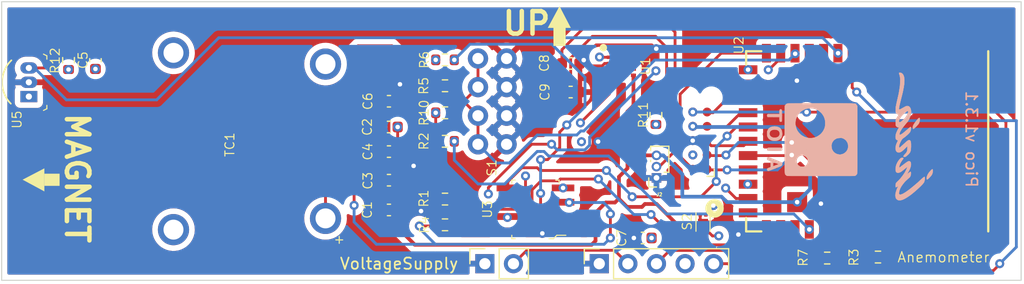
<source format=kicad_pcb>
(kicad_pcb (version 20211014) (generator pcbnew)
  (title_block (title "AIOT Pico") (date "2022-04-15") (rev "v1.1") (company "INRIA Paris") (comment 1 "AIO Team") (comment 2 "Author: Charles Thonier") (comment 4 "AISLER Project ID: NDZZCBJM"))
  (layers (0 "F.Cu" signal) (1 "In1.Cu" signal) (2 "In2.Cu" signal) (31 "B.Cu" signal) (34 "B.Paste" user) (35 "F.Paste" user) (36 "B.SilkS" user "B.Silkscreen") (37 "F.SilkS" user "F.Silkscreen") (38 "B.Mask" user) (39 "F.Mask" user) (44 "Edge.Cuts" user))
  (net 0 "")
  (net 1 "GND")
  (net 2 "Net-(R1-Pad2)")
  (net 3 "Net-(R2-Pad2)")
  (net 4 "Net-(R5-Pad1)")
  (net 5 "Net-(R12-Pad2)")
  (net 6 "Net-(C7-Pad2)")
  (net 7 "Net-(R10-Pad2)")
  (net 8 "Net-(R11-Pad2)")
  (net 9 "Net-(C2-Pad2)")
  (net 10 "Net-(C2-Pad1)")
  (net 11 "Net-(R6-Pad1)")
  (net 12 "/VIN")
  (net 38 "/OUT")
  (net 42 "Net-(S2-Pad4)")
  (net 43 "Net-(J1-Pad9)")
  (net 44 "Net-(J1-Pad6)")
  (net 45 "Net-(J1-Pad5)")
  (net 46 "Net-(J1-Pad4)")
  (net 47 "Net-(J1-Pad3)")
  (net 48 "Net-(J1-Pad2)")
  (net 49 "Net-(J1-Pad10)")
  (net 50 "Net-(J1-Pad1)")
  (net 51 "VDD")
  (net 52 "Net-(U2-Pad21)")
  (net 53 "Net-(U2-Pad17)")
  (net 54 "/SHDN")
  (net 55 "Net-(Anemometer1-Pad3)")
  (footprint "digikey-footprints:TO-92-3" (layer "F.Cu") (at 114.445 102 90)
    (fp_text reference "U5")
    (fp_text value "DRV5032AJ" hide)
  )
  (footprint "Capacitor_SMD:C_0603_1608Metric" (layer "F.Cu") (at 120.36 98.7714 90)
    (fp_text reference "C5")
    (fp_text value "100nF" hide)
  )
  (footprint "Resistor_SMD:R_0603_1608Metric" (layer "F.Cu") (at 151.4004 111.1026)
    (fp_text reference "R1")
    (fp_text value "10k" hide)
  )
  (footprint "iot_lib:dusty_pcb_ant" (layer "F.Cu") (at 192.0404 105.9718 -90)
    (fp_text reference "U2")
    (fp_text value "ITM-DYPA-B-02" hide)
  )
  (footprint "Capacitor_SMD:C_0603_1608Metric" (layer "F.Cu") (at 162.56 99.06 180)
    (fp_text reference "C8")
    (fp_text value "10uF" hide)
  )
  (footprint "digikey-footprints:Thermocouple_Connector_PCC-SMP-K" (layer "F.Cu") (at 132.2996 106.2766 90)
    (fp_text reference "TC1")
    (fp_text value "Thermocouple" hide)
  )
  (footprint "Resistor_SMD:R_0603_1608Metric" (layer "F.Cu") (at 189.85 116.25 180)
    (fp_text reference "R3")
    (fp_text value "10k" hide)
  )
  (footprint "Resistor_SMD:R_0603_1608Metric" (layer "F.Cu") (at 117.97 98.7714 90)
    (fp_text reference "R12")
    (fp_text value "100k" hide)
  )
  (footprint "iot_lib:sht_31" (layer "F.Cu") (at 167.06 99.31)
    (fp_text reference "U1")
    (fp_text value "SHT31" hide)
  )
  (footprint "Resistor_SMD:R_0603_1608Metric" (layer "F.Cu") (at 151.4004 113.3886)
    (fp_text reference "R4")
    (fp_text value "1M" hide)
  )
  (footprint "iot_lib:tag-connect_10_pins_no_hooks" (layer "F.Cu") (at 174.04 105.9114 90)
    (fp_text reference "J1" hide)
    (fp_text value "Tag-Connect" hide)
  )
  (footprint "Capacitor_SMD:C_0603_1608Metric" (layer "F.Cu") (at 168.9702 114.557)
    (fp_text reference "C7")
    (fp_text value "100nF" hide)
  )
  (footprint "Capacitor_SMD:C_0603_1608Metric" (layer "F.Cu") (at 146.422 109.4262)
    (fp_text reference "C3")
    (fp_text value "1uF" hide)
  )
  (footprint "Capacitor_SMD:C_0603_1608Metric" (layer "F.Cu") (at 146.422 104.7018 180)
    (fp_text reference "C2")
    (fp_text value "1uF" hide)
  )
  (footprint "iot_lib:RBS200100" (layer "F.Cu") (at 155.545 102.485 -90)
    (fp_text reference "S1")
    (fp_text value "RBS200100" hide)
  )
  (footprint "Resistor_SMD:R_0603_1608Metric" (layer "F.Cu") (at 151.4004 105.9718)
    (fp_text reference "R2")
    (fp_text value "10k" hide)
  )
  (footprint "Connector_PinSocket_2.54mm:PinSocket_1x05_P2.54mm_Vertical" (layer "F.Cu") (at 165.1 116.84 90)
    (fp_text reference "Anemometer")
    (fp_text value "Conn_01x05_Female" hide)
  )
  (footprint "Capacitor_SMD:C_0603_1608Metric" (layer "F.Cu") (at 162.56 101.6)
    (fp_text reference "C9")
    (fp_text value "10uF" hide)
  )
  (footprint "digikey-footprints:SOIC-7-8_W3.9mm" (layer "F.Cu") (at 159.4328 112.017 90)
    (fp_text reference "U3")
    (fp_text value "MAX6674" hide)
  )
  (footprint "Resistor_SMD:R_0603_1608Metric" (layer "F.Cu") (at 170.13 103.65 -90)
    (fp_text reference "R11")
    (fp_text value "1M" hide)
  )
  (footprint "Capacitor_SMD:C_0603_1608Metric" (layer "F.Cu") (at 146.422 102.4158)
    (fp_text reference "C6")
    (fp_text value "1uF" hide)
  )
  (footprint "Resistor_SMD:R_0603_1608Metric" (layer "F.Cu") (at 151.4004 98.74)
    (fp_text reference "R6")
    (fp_text value "100" hide)
  )
  (footprint "Resistor_SMD:R_0603_1608Metric" (layer "F.Cu") (at 151.4004 103.44)
    (fp_text reference "R10")
    (fp_text value "1M" hide)
  )
  (footprint "Connector_PinSocket_1.00mm:PinSocket_1x03_P1.00mm_Vertical" (layer "F.Cu") (at 170.18 109.22 180)
    (fp_text reference "J2")
    (fp_text value "Conn_01x03_Female" hide)
  )
  (footprint "Capacitor_SMD:C_0603_1608Metric" (layer "F.Cu") (at 146.422 112.0678)
    (fp_text reference "C1")
    (fp_text value "100nF" hide)
  )
  (footprint "Resistor_SMD:R_0603_1608Metric" (layer "F.Cu") (at 151.4004 101.04 180)
    (fp_text reference "R5")
    (fp_text value "100" hide)
  )
  (footprint "Capacitor_SMD:C_0603_1608Metric" (layer "F.Cu") (at 146.422 106.8862 180)
    (fp_text reference "C4")
    (fp_text value "1uF" hide)
  )
  (footprint "iot_lib:TDFN4_1.2mmx1.6mm" (layer "F.Cu") (at 174.3125 113.1364 -90)
    (fp_text reference "S2")
    (fp_text value "SiP32431DNP3-T1GE4" hide)
  )
  (footprint "Resistor_SMD:R_0603_1608Metric" (layer "F.Cu") (at 185.34 116.34 180)
    (fp_text reference "R7")
    (fp_text value "10k" hide)
  )
  (footprint "Connector_PinSocket_2.54mm:PinSocket_1x02_P2.54mm_Vertical" (layer "F.Cu") (at 154.94 116.84 90)
    (fp_text reference "VoltageSupply")
    (fp_text value "Conn_01x02_Female" hide)
  )
  (gr_curve (pts (xy 181.320961 103.703893) (xy 181.317589 104.143675) (xy 181.315689 104.175465) (xy 181.291155 104.202557)) (layer "B.SilkS") (width 0.04))
  (gr_line (start 181.16 103.6814) (end 180.13 103.6814) (layer "B.SilkS") (width 0.25))
  (gr_line (start 192.468274 106.388439) (end 192.263222 106.593371) (layer "B.SilkS") (width 0.03))
  (gr_curve (pts (xy 188.009473 105.833359) (xy 188.009181 108.711232) (xy 188.008353 108.807191) (xy 187.983356 108.860471)) (layer "B.SilkS") (width 0.04))
  (gr_curve (pts (xy 180.670816 106.803912) (xy 180.069019 106.803912) (xy 180.034933 106.800676) (xy 180.012183 106.741393)) (layer "B.SilkS") (width 0.04))
  (gr_curve (pts (xy 191.42317 104.340232) (xy 191.42317 104.12626) (xy 191.432622 104.073996) (xy 191.494136 103.947859)) (layer "B.SilkS") (width 0.03))
  (gr_curve (pts (xy 181.323131 106.609256) (xy 181.339535 106.639907) (xy 181.342733 106.706778) (xy 181.329449 106.741393)) (layer "B.SilkS") (width 0.04))
  (gr_poly (pts (xy 187.208109 106.4014) (xy 187.17 106.1414) (xy 187.02 105.8814) (xy 186.79 105.7214) (xy 186.62 105.6614) (xy 186.19 105.7114) (xy 185.93 105.8614) (xy 185.78 106.0814) (xy 185.72 106.3014) (xy 185.72 106.3714) (xy 185.74 106.6414) (xy 185.89 106.8914) (xy 186.03 107.0214) (xy 186.24 107.1214) (xy 186.51 107.1614) (xy 186.75 107.0914) (xy 186.75 107.5314) (xy 183.63 107.5214) (xy 183.56 107.4414) (xy 183.51 107.3214) (xy 183.5 106.2414) (xy 185 106.2114) (xy 184.55 105.5214) (xy 184.8 105.3014) (xy 184.96 105.1014) (xy 185.08 104.8714) (xy 188.01 105.1814) (xy 188.01 106.3814)) (layer "B.SilkS") (width 0.01) (fill solid))
  (gr_curve (pts (xy 180.303135 107.726034) (xy 180.285949 107.718892) (xy 180.222921 107.693213) (xy 180.163075 107.668969)) (layer "B.SilkS") (width 0.04))
  (gr_line (start 191.637057 105.892546) (end 191.557262 105.866088) (layer "B.SilkS") (width 0.03))
  (gr_curve (pts (xy 181.334619 105.331822) (xy 181.321451 105.618589) (xy 181.200869 105.790079) (xy 180.945403 105.885357)) (layer "B.SilkS") (width 0.04))
  (gr_curve (pts (xy 183.603664 107.517532) (xy 183.498579 107.300819) (xy 183.267145 107.175496) (xy 183.046958 107.216072)) (layer "B.SilkS") (width 0.04))
  (gr_curve (pts (xy 192.559511 108.802963) (xy 192.636161 108.737479) (xy 192.712247 108.6839) (xy 192.728591 108.6839)) (layer "B.SilkS") (width 0.03))
  (gr_curve (pts (xy 181.812585 102.62323) (xy 181.851083 102.612862) (xy 182.746004 102.608387) (xy 184.792066 102.608334)) (layer "B.SilkS") (width 0.04))
  (gr_curve (pts (xy 193.000273 104.516321) (xy 193.107664 104.313206) (xy 193.45336 103.894942) (xy 193.513844 103.894942)) (layer "B.SilkS") (width 0.03))
  (gr_curve (pts (xy 180.900227 104.958478) (xy 180.796528 104.917533) (xy 180.569956 104.913894) (xy 180.461443 104.95143)) (layer "B.SilkS") (width 0.04))
  (gr_curve (pts (xy 186.310878 107.14088) (xy 186.43205 107.16632) (xy 186.492539 107.166303) (xy 186.613516 107.140784)) (layer "B.SilkS") (width 0.04))
  (gr_curve (pts (xy 191.980552 108.148119) (xy 192.464979 107.754784) (xy 192.579149 107.693946) (xy 192.692939 107.768504)) (layer "B.SilkS") (width 0.03))
  (gr_curve (pts (xy 182.903556 108.196401) (xy 182.987493 108.237723) (xy 183.005854 108.24144) (xy 183.126018 108.24144)) (layer "B.SilkS") (width 0.04))
  (gr_curve (pts (xy 191.509577 104.664347) (xy 191.423701 104.58756) (xy 191.42317 104.585566) (xy 191.42317 104.340232)) (layer "B.SilkS") (width 0.03))
  (gr_curve (pts (xy 191.41881 103.225195) (xy 191.41594 103.120613) (xy 191.424073 102.975515) (xy 191.436885 102.902754)) (layer "B.SilkS") (width 0.03))
  (gr_line (start 191.700864 103.620238) (end 191.628163 103.588984) (layer "B.SilkS") (width 0.03))
  (gr_curve (pts (xy 191.574321 109.990194) (xy 191.511933 110.029489) (xy 191.449425 110.054555) (xy 191.435414 110.045896)) (layer "B.SilkS") (width 0.03))
  (gr_curve (pts (xy 180.677695 105.916287) (xy 180.519011 105.916587) (xy 180.478656 105.912029) (xy 180.400388 105.88498)) (layer "B.SilkS") (width 0.04))
  (gr_curve (pts (xy 182.527804 104.593221) (xy 182.599388 105.003713) (xy 182.871671 105.370035) (xy 183.243235 105.55574)) (layer "B.SilkS") (width 0.04))
  (gr_poly (pts (xy 185.08 104.9114) (xy 185.17 104.5714) (xy 185.17 104.1614) (xy 185.06 103.7914) (xy 184.88 103.5014) (xy 184.56 103.2214) (xy 184.2 103.0714) (xy 184.02 103.0314) (xy 183.79 103.0314) (xy 183.47 103.0814) (xy 183.21 103.1814) (xy 183 103.3114) (xy 182.83 103.4714) (xy 182.65 103.7614) (xy 182.55 104.0414) (xy 182.51 104.3314) (xy 182.527804 104.593221) (xy 182.66 104.9914) (xy 182.77 105.1514) (xy 183.04 105.4314) (xy 183.32 105.5814) (xy 183.7 105.6914) (xy 183.99 105.6914) (xy 184.36 105.6014) (xy 184.67 105.4114) (xy 185.24 106.3014) (xy 181.57 106.2614) (xy 181.58 102.8814) (xy 181.68 102.6914) (xy 181.85 102.6114) (xy 187.5 102.6114) (xy 187.86 102.6414) (xy 187.991869 102.8114) (xy 188 102.9214) (xy 188.01 105.2314)) (layer "B.SilkS") (width 0.01) (fill solid))
  (gr_curve (pts (xy 191.994083 107.440359) (xy 192.049441 107.440359) (xy 192.102095 107.452269) (xy 192.111092 107.466826)) (layer "B.SilkS") (width 0.03))
  (gr_poly (pts (xy 186.73 107.5214) (xy 186.71 107.1114) (xy 186.88 107.0214) (xy 187.03 106.9014) (xy 187.13 106.7414) (xy 187.21 106.4814) (xy 187.208109 106.363715) (xy 188.01 106.3514) (xy 188.01 107.5314)) (layer "B.SilkS") (width 0.01) (fill solid))
  (gr_line (start 191.563149 106.038067) (end 191.637057 105.892546) (layer "B.SilkS") (width 0.03))
  (gr_line (start 180.088287 103.557438) (end 180.596213 103.557438) (layer "B.SilkS") (width 0.04))
  (gr_curve (pts (xy 183.346407 108.198871) (xy 183.460047 108.144768) (xy 183.545494 108.059322) (xy 183.599597 107.945681)) (layer "B.SilkS") (width 0.04))
  (gr_curve (pts (xy 191.612394 102.109004) (xy 191.830686 101.220027) (xy 191.891789 100.350816) (xy 191.757354 100.046902)) (layer "B.SilkS") (width 0.03))
  (gr_curve (pts (xy 192.241146 107.122941) (xy 192.428769 106.926238) (xy 192.468274 106.832588) (xy 192.468274 106.58452)) (layer "B.SilkS") (width 0.03))
  (gr_line (start 180.43 107.6814) (end 180.42 108.3114) (layer "B.SilkS") (width 0.22))
  (gr_curve (pts (xy 181.131651 105.304231) (xy 181.131651 105.14037) (xy 181.049302 105.017338) (xy 180.900227 104.958478)) (layer "B.SilkS") (width 0.04))
  (gr_curve (pts (xy 194.197523 109.107234) (xy 194.231914 108.948265) (xy 194.3303 108.78956) (xy 194.527236 108.575383)) (layer "B.SilkS") (width 0.03))
  (gr_poly (pts (xy 192.72 103.7414) (xy 192.6 104.0414) (xy 192.44 104.2714) (xy 192.16 104.0214) (xy 192.17 104.0014) (xy 192.38 103.7414) (xy 192.46 103.5814) (xy 192.53 103.4014) (xy 192.520472 103.285238) (xy 192.4 103.3114) (xy 192.115667 103.548322) (xy 191.91 103.7614) (xy 191.77 103.9914) (xy 191.56 103.8414) (xy 191.62 103.7414) (xy 191.700864 103.620238) (xy 191.56 103.5514) (xy 191.45 103.4414) (xy 191.41881 103.2714) (xy 191.43 102.9714) (xy 191.5 102.5814) (xy 191.59 102.1914) (xy 191.7 101.7114) (xy 191.81 101.0314) (xy 191.83 100.4614) (xy 191.79 100.1614) (xy 191.73 99.9714) (xy 191.72 99.9114) (xy 191.76 99.8814) (xy 191.93 99.9114) (xy 192 99.9614) (xy 192.09 100.0614) (xy 192.16 100.2414) (xy 192.2 100.5414) (xy 192.18 100.8314) (xy 192.13 101.1814) (xy 192.04 101.6414) (xy 191.91 102.1514) (xy 191.77 102.7314) (xy 191.71 103.0414) (xy 191.71 103.1014) (xy 191.73 103.1414) (xy 191.8 103.1514) (xy 191.94 103.0714) (xy 192.36 102.8514) (xy 192.55 102.8514) (xy 192.66 102.9314) (xy 192.75 103.0914) (xy 192.79 103.2614) (xy 192.79 103.4414)) (layer "B.SilkS") (width 0.01) (fill solid))
  (gr_curve (pts (xy 191.557262 105.866088) (xy 191.456035 105.832524) (xy 191.410786 105.742803) (xy 191.410478 105.575046)) (layer "B.SilkS") (width 0.03))
  (gr_curve (pts (xy 183.599597 107.945681) (xy 183.638103 107.864801) (xy 183.642119 107.843791) (xy 183.641672 107.725581)) (layer "B.SilkS") (width 0.04))
  (gr_curve (pts (xy 180.945403 105.885357) (xy 180.875813 105.911311) (xy 180.835301 105.915992) (xy 180.677695 105.916287)) (layer "B.SilkS") (width 0.04))
  (gr_curve (pts (xy 193.540757 104.198899) (xy 193.498688 104.387992) (xy 193.490554 104.400935) (xy 193.267263 104.634115)) (layer "B.SilkS") (width 0.03))
  (gr_curve (pts (xy 192.728591 108.6839) (xy 192.821362 108.6839) (xy 192.773948 109.052938) (xy 192.667268 109.161197)) (layer "B.SilkS") (width 0.03))
  (gr_curve (pts (xy 181.242985 107.836286) (xy 181.307714 107.869308) (xy 181.337995 107.92375) (xy 181.337995 108.007103)) (layer "B.SilkS") (width 0.04))
  (gr_curve (pts (xy 185.72727 106.219978) (xy 185.70366 106.31548) (xy 185.717364 106.566052) (xy 185.751278 106.658927)) (layer "B.SilkS") (width 0.04))
  (gr_curve (pts (xy 180.038215 105.538338) (xy 180.0035 105.452408) (xy 179.995764 105.189025) (xy 180.024883 105.084382)) (layer "B.SilkS") (width 0.04))
  (gr_curve (pts (xy 191.825524 106.067577) (xy 191.704335 106.325518) (xy 191.678015 106.540775) (xy 191.767666 106.540775)) (layer "B.SilkS") (width 0.03))
  (gr_curve (pts (xy 180.400388 105.88498) (xy 180.229191 105.825817) (xy 180.107175 105.709033) (xy 180.038215 105.538338)) (layer "B.SilkS") (width 0.04))
  (gr_curve (pts (xy 192.263222 106.593371) (xy 192.011617 106.844828) (xy 191.830951 106.964109) (xy 191.701689 106.964109)) (layer "B.SilkS") (width 0.03))
  (gr_line (start 180.191586 108.317607) (end 180.326911 108.26518) (layer "B.SilkS") (width 0.04))
  (gr_curve (pts (xy 191.701689 106.964109) (xy 191.378106 106.964109) (xy 191.313193 106.530211) (xy 191.563149 106.038067)) (layer "B.SilkS") (width 0.03))
  (gr_curve (pts (xy 192.111092 107.466826) (xy 192.120089 107.481383) (xy 192.08043 107.549844) (xy 192.02296 107.618962)) (layer "B.SilkS") (width 0.03))
  (gr_curve (pts (xy 191.849259 99.885276) (xy 192.13762 99.939373) (xy 192.250913 100.32376) (xy 192.165756 100.959111)) (layer "B.SilkS") (width 0.03))
  (gr_curve (pts (xy 186.992156 106.928896) (xy 187.157729 106.761979) (xy 187.220861 106.596753) (xy 187.208109 106.363715)) (layer "B.SilkS") (width 0.04))
  (gr_curve (pts (xy 191.767666 106.540775) (xy 191.786675 106.540775) (xy 191.944365 106.405075) (xy 192.118086 106.239219)) (layer "B.SilkS") (width 0.03))
  (gr_curve (pts (xy 193.513844 103.894942) (xy 193.576242 103.894942) (xy 193.585392 103.998275) (xy 193.540757 104.198899)) (layer "B.SilkS") (width 0.03))
  (gr_curve (pts (xy 192.426473 108.260567) (xy 192.418034 108.260567) (xy 192.298204 108.354825) (xy 192.160182 108.470029)) (layer "B.SilkS") (width 0.03))
  (gr_poly (pts (xy 194 109.3714) (xy 193.97 109.5214) (xy 193.92 109.6314) (xy 193.81 109.7814) (xy 193.55 110.0414) (xy 193.14 110.4114) (xy 192.77 110.7214) (xy 192.37 110.9814) (xy 192.2 111.0814) (xy 192.01 111.1714) (xy 191.79 111.2114) (xy 191.7 111.2114) (xy 191.59 111.174975) (xy 191.48 111.0814) (xy 191.42 110.9714) (xy 191.4 110.7914) (xy 191.41 110.6114) (xy 191.53 110.2014) (xy 191.656986 109.956168) (xy 191.62 109.9614) (xy 191.49 110.0314) (xy 191.435414 110.045896) (xy 191.42 110.0114) (xy 191.41 109.8614) (xy 191.46 109.6714) (xy 191.83 109.3014) (xy 192.03 109.0414) (xy 192.24 108.7414) (xy 192.38 108.4414) (xy 192.45 108.2814) (xy 192.426473 108.260567) (xy 192.35 108.3214) (xy 192.22 108.4214) (xy 192.06 108.5514) (xy 191.89 108.6814) (xy 191.74 108.7414) (xy 191.62 108.7614) (xy 191.52 108.7414) (xy 191.46 108.6914) (xy 191.41592 108.5414) (xy 191.42 108.3214) (xy 191.47 108.0714) (xy 191.59 107.8214) (xy 191.75 107.5914) (xy 191.88 107.4614) (xy 192.02 107.4414) (xy 192.111092 107.466826) (xy 192.09 107.5314) (xy 192 107.6514) (xy 191.89 107.8214) (xy 191.8 107.9914) (xy 191.74 108.1814) (xy 191.72 108.2714) (xy 191.74 108.313484) (xy 191.76 108.3114) (xy 192.02 108.1114) (xy 192.42 107.8214) (xy 192.56 107.7414) (xy 192.67 107.7514) (xy 192.73 107.8014) (xy 192.77 107.9014) (xy 192.78 108.0914) (xy 192.73 108.2914) (xy 192.63 108.5314) (xy 192.5 108.7614) (xy 192.404567 108.922025) (xy 192.559511 108.802963) (xy 192.7 108.7014) (xy 192.75 108.6914) (xy 192.77 108.7214) (xy 192.78 108.8214) (xy 192.74 109.0214) (xy 192.69 109.1414) (xy 192.51 109.3014) (xy 192.26 109.5314) (xy 192.08 109.7514) (xy 191.94 109.9414) (xy 191.81 110.1714) (xy 191.74 110.3914) (xy 191.72 110.5114) (xy 191.71 110.5814) (xy 191.72 110.6614) (xy 191.82 110.7114) (xy 192.01 110.6614) (xy 192.27 110.5114) (xy 192.59 110.2914) (xy 193.41 109.6214) (xy 193.82 109.2314) (xy 193.969784 109.127025) (xy 193.99 109.1514) (xy 194.01 109.2414)) (layer "B.SilkS") (width 0.01) (fill solid))
  (gr_curve (pts (xy 181.573034 105.828928) (xy 181.573694 104.205095) (xy 181.579316 102.859567) (xy 181.585548 102.838867)) (layer "B.SilkS") (width 0.04))
  (gr_poly (pts (xy 187.983356 108.860471) (xy 187.89 108.9814) (xy 187.74 109.0414) (xy 181.97 109.0414) (xy 181.74 109.0114) (xy 181.62 108.9114) (xy 181.58 108.7214) (xy 181.56 106.2414) (xy 183.52 106.2514) (xy 183.56 107.4414) (xy 183.4 107.2914) (xy 183.18 107.2114) (xy 182.92 107.2514) (xy 182.7 107.4214) (xy 182.61 107.6514) (xy 182.62 107.8914) (xy 182.75 108.1114) (xy 182.95 108.2214) (xy 183.2 108.2414) (xy 183.36 108.1914) (xy 183.55 108.0414) (xy 183.65 107.7614) (xy 183.59 107.4714) (xy 188.01 107.4814) (xy 188.01 108.1914)) (layer "B.SilkS") (width 0.01) (fill solid))
  (gr_line (start 194.197523 109.107234) (end 194.197523 109.107234) (layer "B.SilkS") (width 0.03))
  (gr_curve (pts (xy 180.458852 105.62916) (xy 180.566634 105.666391) (xy 180.79587 105.66451) (xy 180.892732 105.6256)) (layer "B.SilkS") (width 0.04))
  (gr_curve (pts (xy 194.185609 109.34229) (xy 194.157512 109.297925) (xy 194.157892 109.290429) (xy 194.197523 109.107234)) (layer "B.SilkS") (width 0.03))
  (gr_curve (pts (xy 191.749161 108.313484) (xy 191.764412 108.313484) (xy 191.868538 108.23907) (xy 191.980552 108.148119)) (layer "B.SilkS") (width 0.03))
  (gr_curve (pts (xy 192.404567 108.922025) (xy 192.413136 108.922025) (xy 192.48286 108.868447) (xy 192.559511 108.802963)) (layer "B.SilkS") (width 0.03))
  (gr_curve (pts (xy 180.039905 107.431698) (xy 180.063712 107.407891) (xy 180.091033 107.395431) (xy 180.119429 107.395431)) (layer "B.SilkS") (width 0.04))
  (gr_curve (pts (xy 192.160182 108.470029) (xy 191.873748 108.709112) (xy 191.775511 108.763275) (xy 191.628324 108.763275)) (layer "B.SilkS") (width 0.03))
  (gr_poly (pts (xy 192.71 105.1314) (xy 192.61 105.2514) (xy 192.51 105.3514) (xy 192.24 105.5914) (xy 192.06 105.7114) (xy 191.97 105.8014) (xy 191.9 105.9214) (xy 191.825524 106.067577) (xy 191.75 106.2514) (xy 191.71 106.4114) (xy 191.72 106.4914) (xy 191.75 106.540775) (xy 191.78 106.5414) (xy 192.41 105.9714) (xy 192.56 105.8714) (xy 192.63 105.8614) (xy 192.71 105.9014) (xy 192.76 106.0314) (xy 192.78 106.2014) (xy 192.78 106.5114) (xy 192.75 106.7814) (xy 192.72 106.8814) (xy 192.68 106.9814) (xy 192.56 107.1214) (xy 192.36 107.2914) (xy 192.23 107.360984) (xy 192.14 107.3414) (xy 192.11 107.3014) (xy 192.14 107.2414) (xy 192.35 107.0114) (xy 192.41 106.9014) (xy 192.46 106.7614) (xy 192.468274 106.58452) (xy 192.468274 106.388439) (xy 192.11 106.7414) (xy 191.97 106.8614) (xy 191.88 106.9114) (xy 191.76 106.9614) (xy 191.59 106.9514) (xy 191.48 106.8614) (xy 191.42 106.7114) (xy 191.41 106.4814) (xy 191.48 106.2214) (xy 191.637057 105.892546) (xy 191.48 105.8214) (xy 191.42 105.7314) (xy 191.410478 105.6014) (xy 191.43 105.4014) (xy 191.49 105.2014) (xy 191.63 104.8914) (xy 191.732311 104.741609) (xy 191.61 104.7214) (xy 191.509577 104.664347) (xy 191.44 104.5814) (xy 191.42317 104.4614) (xy 191.42 104.3314) (xy 191.43 104.0814) (xy 191.56 103.8214) (xy 191.77 103.9714) (xy 191.7 104.1814) (xy 191.727085 104.2414) (xy 191.76 104.2814) (xy 191.8 104.2814) (xy 191.94 104.2014) (xy 192.18 104.0014) (xy 192.45 104.2614) (xy 192.23 104.5314) (xy 191.97 104.8514) (xy 191.78 105.2014) (xy 191.753905 105.317077) (xy 191.77 105.3814) (xy 191.82 105.4014) (xy 192.02 105.2914) (xy 192.29 105.0714) (xy 192.67 104.7414) (xy 192.761528 104.703288) (xy 192.78 104.7414) (xy 192.78 104.9114)) (layer "B.SilkS") (width 0.01) (fill solid))
  (gr_curve (pts (xy 192.747172 103.645188) (xy 192.708037 103.811116) (xy 192.555855 104.13693) (xy 192.474839 104.228241)) (layer "B.SilkS") (width 0.03))
  (gr_line (start 185.751278 106.658927) (end 185.751278 106.658927) (layer "B.SilkS") (width 0.04))
  (gr_curve (pts (xy 186.613516 107.140784) (xy 186.765466 107.10874) (xy 186.874018 107.047994) (xy 186.992156 106.928896)) (layer "B.SilkS") (width 0.04))
  (gr_curve (pts (xy 180.800343 107.904412) (xy 180.663662 107.855234) (xy 180.546104 107.812933) (xy 180.539104 107.810411)) (layer "B.SilkS") (width 0.04))
  (gr_curve (pts (xy 184.887849 105.198493) (xy 185.083046 104.954966) (xy 185.178518 104.680274) (xy 185.178518 104.362179)) (layer "B.SilkS") (width 0.04))
  (gr_line (start 180.045963 103.593052) (end 180.045963 103.593052) (layer "B.SilkS") (width 0.04))
  (gr_curve (pts (xy 180.024882 105.084382) (xy 180.048415 104.999809) (xy 180.115933 104.880353) (xy 180.168486 104.830312)) (layer "B.SilkS") (width 0.04))
  (gr_curve (pts (xy 184.892622 103.531318) (xy 184.509079 103.046273) (xy 183.837065 102.888131) (xy 183.280267 103.151888)) (layer "B.SilkS") (width 0.04))
  (gr_curve (pts (xy 180.892732 105.6256) (xy 181.048382 105.563073) (xy 181.131651 105.451068) (xy 181.131651 105.304231)) (layer "B.SilkS") (width 0.04))
  (gr_curve (pts (xy 180.119429 107.395431) (xy 180.158357 107.395431) (xy 181.113306 107.770129) (xy 181.242985 107.836286)) (layer "B.SilkS") (width 0.04))
  (gr_curve (pts (xy 192.78 106.4614) (xy 192.765679 106.873214) (xy 192.737644 106.942774) (xy 192.490412 107.179919)) (layer "B.SilkS") (width 0.03))
  (gr_curve (pts (xy 192.165756 100.959111) (xy 192.118751 101.309816) (xy 192.054394 101.605604) (xy 191.872389 102.307442)) (layer "B.SilkS") (width 0.03))
  (gr_line (start 191.727085 104.265359) (end 191.727085 104.265359) (layer "B.SilkS") (width 0.03))
  (gr_curve (pts (xy 192.490412 107.179919) (xy 192.333104 107.330809) (xy 192.286732 107.360984) (xy 192.21215 107.360984)) (layer "B.SilkS") (width 0.03))
  (gr_curve (pts (xy 180.036826 103.773332) (xy 179.987158 103.715568) (xy 179.991024 103.639279) (xy 180.045963 103.593052)) (layer "B.SilkS") (width 0.04))
  (gr_curve (pts (xy 180.120196 108.592225) (xy 180.051618 108.592225) (xy 180.003639 108.542396) (xy 180.003639 108.471176)) (layer "B.SilkS") (width 0.04))
  (gr_curve (pts (xy 191.664148 104.741609) (xy 191.62619 104.741609) (xy 191.557693 104.707371) (xy 191.509577 104.664347)) (layer "B.SilkS") (width 0.03))
  (gr_curve (pts (xy 191.436885 102.902754) (xy 191.461772 102.761407) (xy 191.548424 102.369518) (xy 191.612394 102.109004)) (layer "B.SilkS") (width 0.03))
  (gr_curve (pts (xy 180.019218 106.606597) (xy 180.054028 106.546714) (xy 180.096448 106.542544) (xy 180.670817 106.542544)) (layer "B.SilkS") (width 0.04))
  (gr_curve (pts (xy 192.560775 110.312852) (xy 192.913946 110.050218) (xy 193.140696 109.85765) (xy 193.592753 109.436438)) (layer "B.SilkS") (width 0.03))
  (gr_line (start 180.019217 106.606597) (end 180.019217 106.606597) (layer "B.SilkS") (width 0.04))
  (gr_curve (pts (xy 192.115667 103.548322) (xy 191.802401 103.851206) (xy 191.646492 104.138899) (xy 191.727085 104.265359)) (layer "B.SilkS") (width 0.03))
  (gr_curve (pts (xy 193.267263 104.634115) (xy 193.140689 104.766295) (xy 193.016292 104.87432) (xy 192.990826 104.874171)) (layer "B.SilkS") (width 0.03))
  (gr_curve (pts (xy 185.922408 105.87948) (xy 185.834968 105.967953) (xy 185.75514 106.107246) (xy 185.72727 106.219978)) (layer "B.SilkS") (width 0.04))
  (gr_curve (pts (xy 191.727085 104.265359) (xy 191.783521 104.353913) (xy 192.147147 104.077143) (xy 192.335411 103.802338)) (layer "B.SilkS") (width 0.03))
  (gr_curve (pts (xy 181.176592 103.14323) (xy 181.210703 103.129101) (xy 181.224238 103.129614) (xy 181.253707 103.146155)) (layer "B.SilkS") (width 0.04))
  (gr_curve (pts (xy 180.670817 106.542544) (xy 181.249706 106.542544) (xy 181.289612 106.546626) (xy 181.323131 106.609256)) (layer "B.SilkS") (width 0.04))
  (gr_curve (pts (xy 191.414753 110.590606) (xy 191.436901 110.432915) (xy 191.58593 110.042587) (xy 191.656986 109.956168)) (layer "B.SilkS") (width 0.03))
  (gr_curve (pts (xy 194.678514 108.839902) (xy 194.635644 108.961408) (xy 194.467954 109.169674) (xy 194.310881 109.296492)) (layer "B.SilkS") (width 0.03))
  (gr_curve (pts (xy 191.757354 100.046902) (xy 191.689369 99.893211) (xy 191.708858 99.858936) (xy 191.849259 99.885276)) (layer "B.SilkS") (width 0.03))
  (gr_curve (pts (xy 187.208109 106.363715) (xy 187.199823 106.21231) (xy 187.165986 106.103604) (xy 187.092785 105.993221)) (layer "B.SilkS") (width 0.04))
  (gr_curve (pts (xy 191.872389 102.307442) (xy 191.74874 102.784249) (xy 191.690281 103.08893) (xy 191.714825 103.128644)) (layer "B.SilkS") (width 0.03))
  (gr_curve (pts (xy 180.708901 108.379595) (xy 180.369782 108.513206) (xy 180.151004 108.592225) (xy 180.120196 108.592225)) (layer "B.SilkS") (width 0.04))
  (gr_line (start 191.436885 102.902754) (end 191.436885 102.902754) (layer "B.SilkS") (width 0.03))
  (gr_curve (pts (xy 184.792066 102.608334) (xy 187.965259 102.60825) (xy 187.789358 102.604049) (xy 187.892045 102.682372)) (layer "B.SilkS") (width 0.04))
  (gr_curve (pts (xy 191.628324 108.763275) (xy 191.491633 108.763275) (xy 191.432422 108.696897) (xy 191.41592 108.525159)) (layer "B.SilkS") (width 0.03))
  (gr_curve (pts (xy 183.126018 108.24144) (xy 183.243999 108.24144) (xy 183.265861 108.237218) (xy 183.346407 108.198871)) (layer "B.SilkS") (width 0.04))
  (gr_curve (pts (xy 192.335411 103.802338) (xy 192.480515 103.590532) (xy 192.564361 103.356251) (xy 192.520472 103.285238)) (layer "B.SilkS") (width 0.03))
  (gr_line (start 192.468274 106.58452) (end 192.468274 106.388439) (layer "B.SilkS") (width 0.03))
  (gr_curve (pts (xy 187.825486 109.019942) (xy 187.770976 109.044698) (xy 187.666937 109.045577) (xy 184.790813 109.045577)) (layer "B.SilkS") (width 0.04))
  (gr_line (start 180.039906 107.431698) (end 180.039906 107.431698) (layer "B.SilkS") (width 0.04))
  (gr_line (start 180.596213 103.557438) (end 181.104139 103.557438) (layer "B.SilkS") (width 0.04))
  (gr_curve (pts (xy 193.592753 109.436438) (xy 193.78193 109.260169) (xy 193.951594 109.120933) (xy 193.969784 109.127025)) (layer "B.SilkS") (width 0.03))
  (gr_curve (pts (xy 192.474839 104.228241) (xy 192.025688 104.734468) (xy 191.753917 105.144926) (xy 191.753905 105.317077)) (layer "B.SilkS") (width 0.03))
  (gr_curve (pts (xy 187.092785 105.993221) (xy 186.823888 105.587743) (xy 186.264473 105.533377) (xy 185.922408 105.87948)) (layer "B.SilkS") (width 0.04))
  (gr_line (start 181.585548 102.838867) (end 181.585548 102.838867) (layer "B.SilkS") (width 0.04))
  (gr_curve (pts (xy 185.178518 104.362179) (xy 185.178518 104.046847) (xy 185.084719 103.774251) (xy 184.892622 103.531318)) (layer "B.SilkS") (width 0.04))
  (gr_curve (pts (xy 192.168924 108.84265) (xy 192.365715 108.544364) (xy 192.491284 108.260567) (xy 192.426473 108.260567)) (layer "B.SilkS") (width 0.03))
  (gr_curve (pts (xy 192.448504 109.358588) (xy 192.094395 109.661571) (xy 191.801539 110.098846) (xy 191.726381 110.436819)) (layer "B.SilkS") (width 0.03))
  (gr_curve (pts (xy 192.479454 108.796102) (xy 192.429697 108.86536) (xy 192.395998 108.922025) (xy 192.404567 108.922025)) (layer "B.SilkS") (width 0.03))
  (gr_curve (pts (xy 192.118086 106.239219) (xy 192.481985 105.891797) (xy 192.576107 105.830827) (xy 192.670529 105.88136)) (layer "B.SilkS") (width 0.03))
  (gr_poly (pts (xy 181.33 105.4014) (xy 181.3 105.5514) (xy 181.24 105.6814) (xy 181.09 105.8014) (xy 180.92 105.8914) (xy 180.73 105.916287) (xy 180.48 105.9014) (xy 180.26 105.8114) (xy 180.14 105.7214) (xy 180.038215 105.538338) (xy 180.02 105.3214) (xy 180.01 105.1214) (xy 180.12 104.8914) (xy 180.27 104.7414) (xy 180.43 104.6914) (xy 180.64 104.658141) (xy 180.89 104.6914) (xy 181.14 104.7914) (xy 181.28 104.9714) (xy 181.32 105.1914) (xy 181.13 105.2314) (xy 181.07 105.0714) (xy 181 105.0214) (xy 180.88 104.9514) (xy 180.73 104.9314) (xy 180.59 104.9314) (xy 180.42 104.9814) (xy 180.32 105.0314) (xy 180.24 105.1314) (xy 180.21 105.2914) (xy 180.22514 105.407653) (xy 180.29 105.5114) (xy 180.38 105.5914) (xy 180.52 105.6514) (xy 180.71 105.6614) (xy 180.88 105.6314) (xy 181.03 105.5414) (xy 181.11 105.3914) (xy 181.13 105.2814) (xy 181.334619 105.2814)) (layer "B.SilkS") (width 0.01) (fill solid))
  (gr_line (start 187.973962 102.789405) (end 188.009775 102.861271) (layer "B.SilkS") (width 0.04))
  (gr_line (start 191.632983 103.711288) (end 191.700864 103.620238) (layer "B.SilkS") (width 0.03))
  (gr_curve (pts (xy 191.753905 105.317077) (xy 191.753892 105.501316) (xy 191.93645 105.392619) (xy 192.557552 104.838576)) (layer "B.SilkS") (width 0.03))
  (gr_curve (pts (xy 191.726381 110.436819) (xy 191.635103 110.847281) (xy 191.893798 110.808846) (xy 192.560775 110.312852)) (layer "B.SilkS") (width 0.03))
  (gr_curve (pts (xy 180.22514 105.407653) (xy 180.246471 105.485878) (xy 180.362548 105.595893) (xy 180.458852 105.62916)) (layer "B.SilkS") (width 0.04))
  (gr_line (start 181.215 106.6814) (end 180.13 106.6714) (layer "B.SilkS") (width 0.25))
  (gr_curve (pts (xy 191.445721 109.707817) (xy 191.465399 109.660719) (xy 191.524689 109.589242) (xy 191.577475 109.54898)) (layer "B.SilkS") (width 0.03))
  (gr_line (start 181.21 108.0614) (end 180.13 108.4714) (layer "B.SilkS") (width 0.22))
  (gr_curve (pts (xy 192.451261 102.836609) (xy 192.729771 102.836609) (xy 192.856321 103.182409) (xy 192.747172 103.645188)) (layer "B.SilkS") (width 0.03))
  (gr_line (start 181.19 107.9314) (end 180.12 107.5114) (layer "B.SilkS") (width 0.25))
  (gr_curve (pts (xy 191.714825 103.128644) (xy 191.745795 103.178753) (xy 191.819131 103.151823) (xy 192.07778 102.995359)) (layer "B.SilkS") (width 0.03))
  (gr_curve (pts (xy 191.611238 111.174975) (xy 191.426341 111.093186) (xy 191.368378 110.920795) (xy 191.414753 110.590606)) (layer "B.SilkS") (width 0.03))
  (gr_curve (pts (xy 181.337995 108.007103) (xy 181.337995 108.058814) (xy 181.330107 108.078454) (xy 181.293287 108.118428)) (layer "B.SilkS") (width 0.04))
  (gr_line (start 181.104139 103.557438) (end 181.104139 103.39301) (layer "B.SilkS") (width 0.04))
  (gr_curve (pts (xy 181.757561 109.020046) (xy 181.727297 109.006004) (xy 181.68268 108.973618) (xy 181.658413 108.948077)) (layer "B.SilkS") (width 0.04))
  (gr_curve (pts (xy 191.628163 103.588984) (xy 191.588177 103.571795) (xy 191.525889 103.525693) (xy 191.489745 103.486537)) (layer "B.SilkS") (width 0.03))
  (gr_curve (pts (xy 193.049497 110.485934) (xy 192.515256 110.930712) (xy 192.178684 111.133974) (xy 191.870495 111.197954)) (layer "B.SilkS") (width 0.03))
  (gr_line (start 191.414753 110.590606) (end 191.414753 110.590606) (layer "B.SilkS") (width 0.03))
  (gr_line (start 191.677342 104.827598) (end 191.732311 104.741609) (layer "B.SilkS") (width 0.03))
  (gr_line (start 180.045963 103.593052) (end 180.088287 103.557438) (layer "B.SilkS") (width 0.04))
  (gr_line (start 188.009775 102.861271) (end 188.009473 105.833359) (layer "B.SilkS") (width 0.04))
  (gr_curve (pts (xy 192.990826 104.874171) (xy 192.922153 104.873771) (xy 192.927979 104.653054) (xy 193.000273 104.516321)) (layer "B.SilkS") (width 0.03))
  (gr_line (start 191.732311 104.741609) (end 191.664148 104.741609) (layer "B.SilkS") (width 0.03))
  (gr_curve (pts (xy 180.673532 104.658141) (xy 181.113452 104.658881) (xy 181.354252 104.904268) (xy 181.334619 105.331822)) (layer "B.SilkS") (width 0.04))
  (gr_curve (pts (xy 193.940299 109.596713) (xy 193.869527 109.747622) (xy 193.533932 110.082621) (xy 193.049497 110.485934)) (layer "B.SilkS") (width 0.03))
  (gr_line (start 181.104139 103.989384) (end 181.104139 103.819764) (layer "B.SilkS") (width 0.04))
  (gr_curve (pts (xy 180.012183 106.741393) (xy 179.999037 106.707135) (xy 180.002811 106.634822) (xy 180.019217 106.606597)) (layer "B.SilkS") (width 0.04))
  (gr_line (start 180.543572 108.189996) (end 180.543572 108.189996) (layer "B.SilkS") (width 0.04))
  (gr_curve (pts (xy 181.253707 103.146155) (xy 181.323256 103.185192) (xy 181.324837 103.1983) (xy 181.320961 103.703893)) (layer "B.SilkS") (width 0.04))
  (gr_curve (pts (xy 180.168486 104.830312) (xy 180.284782 104.719573) (xy 180.466008 104.657793) (xy 180.673532 104.658141)) (layer "B.SilkS") (width 0.04))
  (gr_curve (pts (xy 185.751278 106.658934) (xy 185.840484 106.903234) (xy 186.053733 107.086892) (xy 186.310878 107.14088)) (layer "B.SilkS") (width 0.04))
  (gr_curve (pts (xy 181.585548 102.838867) (xy 181.616442 102.736266) (xy 181.704926 102.652225) (xy 181.812585 102.62323)) (layer "B.SilkS") (width 0.04))
  (gr_curve (pts (xy 191.489745 103.486537) (xy 191.433891 103.426028) (xy 191.423246 103.386807) (xy 191.41881 103.225195)) (layer "B.SilkS") (width 0.03))
  (gr_curve (pts (xy 183.046958 107.216072) (xy 182.712011 107.277796) (xy 182.526665 107.606043) (xy 182.646264 107.9257)) (layer "B.SilkS") (width 0.04))
  (gr_curve (pts (xy 191.577475 109.54898) (xy 191.701701 109.454229) (xy 192.002199 109.095362) (xy 192.168924 108.84265)) (layer "B.SilkS") (width 0.03))
  (gr_curve (pts (xy 193.969784 109.127025) (xy 194.029301 109.146958) (xy 194.010458 109.447111) (xy 193.940299 109.596713)) (layer "B.SilkS") (width 0.03))
  (gr_curve (pts (xy 180.163075 107.668969) (xy 180.10323 107.644725) (xy 180.042874 107.613498) (xy 180.028952 107.599576)) (layer "B.SilkS") (width 0.04))
  (gr_poly (pts (xy 193.54 104.1814) (xy 193.5 104.3314) (xy 193.44 104.4414) (xy 193.27 104.6314) (xy 193.11 104.7814) (xy 193.03 104.8514) (xy 192.97 104.8514) (xy 192.95 104.644651) (xy 193.088352 104.383989) (xy 193.23 104.1814) (xy 193.421677 103.945856) (xy 193.531655 103.9014) (xy 193.563997 103.997874)) (layer "B.SilkS") (width 0.01) (fill solid))
  (gr_curve (pts (xy 180.80494 108.096326) (xy 180.939236 108.04824) (xy 181.049055 108.005506) (xy 181.048984 108.001362)) (layer "B.SilkS") (width 0.04))
  (gr_curve (pts (xy 184.790813 109.045577) (xy 181.918587 109.045577) (xy 181.810627 109.044677) (xy 181.757561 109.020046)) (layer "B.SilkS") (width 0.04))
  (gr_curve (pts (xy 192.520472 103.285238) (xy 192.490278 103.236382) (xy 192.331719 103.33943) (xy 192.115667 103.548322)) (layer "B.SilkS") (width 0.03))
  (gr_curve (pts (xy 194.527236 108.575383) (xy 194.605201 108.490593) (xy 194.66687 108.444231) (xy 194.685981 108.456043)) (layer "B.SilkS") (width 0.03))
  (gr_curve (pts (xy 191.494136 103.947859) (xy 191.533167 103.867822) (xy 191.595649 103.761365) (xy 191.632983 103.711288)) (layer "B.SilkS") (width 0.03))
  (gr_curve (pts (xy 192.670529 105.88136) (xy 192.764735 105.931778) (xy 192.793177 106.082481) (xy 192.78 106.4614)) (layer "B.SilkS") (width 0.03))
  (gr_line (start 180.024883 105.084382) (end 180.024883 105.084382) (layer "B.SilkS") (width 0.04))
  (gr_curve (pts (xy 192.02296 107.618962) (xy 191.965491 107.688079) (xy 191.882246 107.816067) (xy 191.837972 107.90338)) (layer "B.SilkS") (width 0.03))
  (gr_curve (pts (xy 181.13265 104.195249) (xy 181.107307 104.163032) (xy 181.104139 104.140154) (xy 181.104139 103.989384)) (layer "B.SilkS") (width 0.04))
  (gr_curve (pts (xy 180.543571 108.189996) (xy 180.553029 108.186564) (xy 180.670645 108.144412) (xy 180.80494 108.096326)) (layer "B.SilkS") (width 0.04))
  (gr_curve (pts (xy 182.646264 107.9257) (xy 182.685629 108.030912) (xy 182.789598 108.1403) (xy 182.903556 108.196401)) (layer "B.SilkS") (width 0.04))
  (gr_line (start 180.070014 103.811929) (end 180.036826 103.773332) (layer "B.SilkS") (width 0.04))
  (gr_curve (pts (xy 181.658413 108.948077) (xy 181.56515 108.849918) (xy 181.571728 109.09022) (xy 181.573034 105.828928)) (layer "B.SilkS") (width 0.04))
  (gr_curve (pts (xy 180.526376 108.001031) (xy 180.526376 108.151354) (xy 180.53033 108.194802) (xy 180.543572 108.189996)) (layer "B.SilkS") (width 0.04))
  (gr_curve (pts (xy 192.557552 104.838576) (xy 192.660078 104.74712) (xy 192.743221 104.691974) (xy 192.761528 104.703288)) (layer "B.SilkS") (width 0.03))
  (gr_curve (pts (xy 192.761528 104.703288) (xy 192.807138 104.731477) (xy 192.773994 104.985622) (xy 192.706534 105.124974)) (layer "B.SilkS") (width 0.03))
  (gr_line (start 181.21 103.2514) (end 181.21 104.1214) (layer "B.SilkS") (width 0.2))
  (gr_line (start 181.255 107.9964) (end 181.125 108.0464) (layer "B.SilkS") (width 0.15))
  (gr_curve (pts (xy 187.983356 108.860471) (xy 187.949131 108.933424) (xy 187.894514 108.988594) (xy 187.825486 109.019942)) (layer "B.SilkS") (width 0.04))
  (gr_curve (pts (xy 192.07778 102.995359) (xy 192.287939 102.868228) (xy 192.362328 102.836609) (xy 192.451261 102.836609)) (layer "B.SilkS") (width 0.03))
  (gr_line (start 180.225141 105.407653) (end 180.225141 105.407653) (layer "B.SilkS") (width 0.04))
  (gr_curve (pts (xy 191.41592 108.525159) (xy 191.387418 108.228524) (xy 191.540988 107.81715) (xy 191.772706 107.569425)) (layer "B.SilkS") (width 0.03))
  (gr_curve (pts (xy 180.330647 108.002099) (xy 180.334371 107.739895) (xy 180.334279 107.738975) (xy 180.303135 107.726034)) (layer "B.SilkS") (width 0.04))
  (gr_curve (pts (xy 181.293287 108.118428) (xy 181.254451 108.160591) (xy 181.177703 108.19489) (xy 180.708901 108.379595)) (layer "B.SilkS") (width 0.04))
  (gr_curve (pts (xy 191.772706 107.569425) (xy 191.876228 107.458751) (xy 191.907775 107.440359) (xy 191.994083 107.440359)) (layer "B.SilkS") (width 0.03))
  (gr_curve (pts (xy 191.656986 109.956168) (xy 191.673908 109.935587) (xy 191.636709 109.950898) (xy 191.574321 109.990194)) (layer "B.SilkS") (width 0.03))
  (gr_curve (pts (xy 181.048984 108.001362) (xy 181.048915 107.997218) (xy 180.937025 107.953591) (xy 180.800343 107.904412)) (layer "B.SilkS") (width 0.04))
  (gr_curve (pts (xy 191.870495 111.197954) (xy 191.747193 111.223552) (xy 191.714503 111.220654) (xy 191.611238 111.174975)) (layer "B.SilkS") (width 0.03))
  (gr_line (start 181.104139 103.819764) (end 180.587076 103.815846) (layer "B.SilkS") (width 0.04))
  (gr_curve (pts (xy 180.232733 105.15695) (xy 180.207917 105.227031) (xy 180.204716 105.33275) (xy 180.225141 105.407653)) (layer "B.SilkS") (width 0.04))
  (gr_line (start 180.326911 108.26518) (end 180.330647 108.002099) (layer "B.SilkS") (width 0.04))
  (gr_curve (pts (xy 194.310881 109.296492) (xy 194.229297 109.362362) (xy 194.204144 109.371557) (xy 194.185609 109.34229)) (layer "B.SilkS") (width 0.03))
  (gr_curve (pts (xy 181.291155 104.202557) (xy 181.251828 104.245984) (xy 181.169574 104.242191) (xy 181.13265 104.195249)) (layer "B.SilkS") (width 0.04))
  (gr_curve (pts (xy 192.706534 105.124974) (xy 192.651409 105.238849) (xy 192.351344 105.515766) (xy 192.117346 105.668713)) (layer "B.SilkS") (width 0.03))
  (gr_line (start 180.587076 103.815846) (end 180.070014 103.811929) (layer "B.SilkS") (width 0.04))
  (gr_curve (pts (xy 180.003639 108.471176) (xy 180.003639 108.400347) (xy 180.02674 108.381472) (xy 180.191586 108.317607)) (layer "B.SilkS") (width 0.04))
  (gr_curve (pts (xy 181.329449 106.741393) (xy 181.3067 106.800677) (xy 181.272614 106.803912) (xy 180.670816 106.803912)) (layer "B.SilkS") (width 0.04))
  (gr_line (start 182.646264 107.9257) (end 182.646264 107.9257) (layer "B.SilkS") (width 0.04))
  (gr_curve (pts (xy 194.685981 108.456043) (xy 194.729445 108.482905) (xy 194.725068 108.707956) (xy 194.678514 108.839902)) (layer "B.SilkS") (width 0.03))
  (gr_curve (pts (xy 180.539104 107.810411) (xy 180.531688 107.807739) (xy 180.526376 107.887278) (xy 180.526376 108.001031)) (layer "B.SilkS") (width 0.04))
  (gr_curve (pts (xy 192.667268 109.161197) (xy 192.631985 109.197002) (xy 192.533542 109.285828) (xy 192.448504 109.358588)) (layer "B.SilkS") (width 0.03))
  (gr_curve (pts (xy 180.028952 107.599576) (xy 179.989826 107.56045) (xy 179.995317 107.476285) (xy 180.039906 107.431698)) (layer "B.SilkS") (width 0.04))
  (gr_curve (pts (xy 192.692939 107.768504) (xy 192.869633 107.884278) (xy 192.761866 108.403004) (xy 192.479454 108.796102)) (layer "B.SilkS") (width 0.03))
  (gr_curve (pts (xy 183.280267 103.151888) (xy 183.112893 103.231174) (xy 183.00641 103.308179) (xy 182.877502 103.443156)) (layer "B.SilkS") (width 0.04))
  (gr_curve (pts (xy 192.21215 107.360984) (xy 192.066101 107.360984) (xy 192.073715 107.298475) (xy 192.241146 107.122941)) (layer "B.SilkS") (width 0.03))
  (gr_curve (pts (xy 183.243235 105.55574) (xy 183.808839 105.838425) (xy 184.494254 105.689537) (xy 184.887849 105.198493)) (layer "B.SilkS") (width 0.04))
  (gr_curve (pts (xy 181.104139 103.39301) (xy 181.104139 103.209146) (xy 181.115977 103.168338) (xy 181.176592 103.14323)) (layer "B.SilkS") (width 0.04))
  (gr_poly (pts (xy 181.131651 105.3114) (xy 181.12 105.2114) (xy 181.3 105.1514) (xy 181.31 105.1714) (xy 181.34 105.3014)) (layer "B.SilkS") (width 0.01) (fill solid))
  (gr_curve (pts (xy 191.435414 110.045896) (xy 191.397864 110.022689) (xy 191.404452 109.806587) (xy 191.445721 109.707817)) (layer "B.SilkS") (width 0.03))
  (gr_poly (pts (xy 194.7 108.7314) (xy 194.66 108.8814) (xy 194.6 108.9914) (xy 194.43 109.1814) (xy 194.27 109.3314) (xy 194.21 109.3514) (xy 194.17 109.3214) (xy 194.18 109.1614) (xy 194.26 108.9414) (xy 194.39 108.7314) (xy 194.59 108.5114) (xy 194.685981 108.456043) (xy 194.71 108.5514)) (layer "B.SilkS") (width 0.01) (fill solid))
  (gr_curve (pts (xy 192.117346 105.668713) (xy 192.006468 105.741184) (xy 191.929349 105.846591) (xy 191.825524 106.067577)) (layer "B.SilkS") (width 0.03))
  (gr_curve (pts (xy 191.410478 105.575046) (xy 191.410098 105.366094) (xy 191.507492 105.093301) (xy 191.677342 104.827598)) (layer "B.SilkS") (width 0.03))
  (gr_line (start 182.527804 104.593221) (end 182.527804 104.593221) (layer "B.SilkS") (width 0.04))
  (gr_line (start 193.000273 104.516321) (end 193.000273 104.516321) (layer "B.SilkS") (width 0.03))
  (gr_curve (pts (xy 183.641672 107.725581) (xy 183.641252 107.611959) (xy 183.63628 107.584796) (xy 183.603664 107.517532)) (layer "B.SilkS") (width 0.04))
  (gr_curve (pts (xy 182.877502 103.443156) (xy 182.582796 103.751736) (xy 182.454589 104.173375) (xy 182.527804 104.593221)) (layer "B.SilkS") (width 0.04))
  (gr_curve (pts (xy 187.892045 102.682372) (xy 187.917402 102.701713) (xy 187.954265 102.749878) (xy 187.973962 102.789405)) (layer "B.SilkS") (width 0.04))
  (gr_curve (pts (xy 191.837972 107.90338) (xy 191.75285 108.071248) (xy 191.700392 108.313484) (xy 191.749161 108.313484)) (layer "B.SilkS") (width 0.03))
  (gr_curve (pts (xy 180.461443 104.95143) (xy 180.367525 104.983918) (xy 180.259692 105.080817) (xy 180.232733 105.15695)) (layer "B.SilkS") (width 0.04))
  (gr_rect (start 115.83 108.855) (end 117.17 109.925) (layer "F.SilkS") (width 0.01) (fill solid))
  (gr_poly (pts (xy 113.9 109.38) (xy 115.82 108.38) (xy 115.82 110.414686)) (layer "F.SilkS") (width 0.01) (fill solid))
  (gr_rect (start 161.035 97.5) (end 162.105 95.81) (layer "F.SilkS") (width 0.01) (fill solid))
  (gr_poly (pts (xy 161.568268 93.98) (xy 162.568268 95.9) (xy 160.533582 95.9)) (layer "F.SilkS") (width 0.01) (fill solid))
  (gr_rect (start 112.0304 93.5766) (end 202.562 118.3162) (layer "Edge.Cuts") (width 0.1) (fill none))
  (gr_text "Pico v1.3.1\n" (at 198.14 105.7814 270) (layer "B.SilkS") (effects (font (size 1 1)) (justify mirror)))
  (gr_text "MAGNET" (at 118.73 103.27 270) (layer "F.SilkS") (effects (font (size 2 2) (thickness 0.4)) (justify left)))
  (gr_text "UP" (at 156.337 95.504) (layer "F.SilkS") (effects (font (size 2 2) (thickness 0.4)) (justify left)))
  (segment (start 168.135 99.06) (end 168.135 98.51) (width 0.25) (layer "F.Cu") (net 1))
  (segment (start 146.917 108.1562) (end 145.647 106.8862) (width 0.25) (layer "F.Cu") (net 1))
  (segment (start 176.335 113.1364) (end 177.45 114.2514) (width 0.25) (layer "F.Cu") (net 1))
  (segment (start 165.360099 99.274501) (end 164.234501 99.274501) (width 0.25) (layer "F.Cu") (net 1))
  (segment (start 115.0276 105.4346) (end 115.6156 106.0226) (width 0.25) (layer "F.Cu") (net 1))
  (segment (start 165.985 99.06) (end 165.5746 99.06) (width 0.25) (layer "F.Cu") (net 1))
  (segment (start 174.3125 113.1364) (end 174.0625 112.8864) (width 0.25) (layer "F.Cu") (net 1))
  (segment (start 148.6124 109.2738) (end 148.46 109.4262) (width 0.25) (layer "F.Cu") (net 1))
  (segment (start 174.0625 112.8864) (end 174.0625 112.4864) (width 0.25) (layer "F.Cu") (net 1))
  (segment (start 182.6552 100.587) (end 182.6704 100.5718) (width 0.25) (layer "F.Cu") (net 1))
  (segment (start 148.46 109.4262) (end 147.197 109.4262) (width 0.25) (layer "F.Cu") (net 1))
  (segment (start 164.234501 99.274501) (end 163.72 98.76) (width 0.25) (layer "F.Cu") (net 1))
  (segment (start 174.3125 113.1364) (end 176.335 113.1364) (width 0.25) (layer "F.Cu") (net 1))
  (segment (start 147.2986 112.1694) (end 147.197 112.0678) (width 0.25) (layer "F.Cu") (net 1))
  (segment (start 165.5746 99.06) (end 165.360099 99.274501) (width 0.25) (layer "F.Cu") (net 1))
  (segment (start 148.6124 108.1562) (end 146.917 108.1562) (width 0.25) (layer "F.Cu") (net 1))
  (segment (start 115.612 105.9718) (end 115.0276 105.3874) (width 0.25) (layer "F.Cu") (net 1))
  (segment (start 148.6124 108.1562) (end 148.6124 109.2738) (width 0.25) (layer "F.Cu") (net 1))
  (via (at 170.16 97.75) (size 0.8) (drill 0.4) (layers "F.Cu" "B.Cu") (net 1))
  (via (at 147.4 100.91) (size 0.8) (drill 0.4) (layers "F.Cu" "B.Cu") (net 1))
  (via (at 163.72 98.76) (size 0.8) (drill 0.4) (layers "F.Cu" "B.Cu") (net 1))
  (via (at 148.6124 108.1562) (size 0.8) (drill 0.4) (layers "F.Cu" "B.Cu") (net 1))
  (via (at 173.4 105.9114) (size 0.8) (drill 0.4) (layers "F.Cu" "B.Cu") (net 1))
  (via (at 149.2728 112.1694) (size 0.8) (drill 0.4) (layers "F.Cu" "B.Cu") (net 1))
  (via (at 160.0424 114.1506) (size 0.8) (drill 0.4) (layers "F.Cu" "B.Cu") (net 1))
  (via (at 168.1704 114.557) (size 0.8) (drill 0.4) (layers "F.Cu" "B.Cu") (net 1))
  (via (at 177.45 114.2514) (size 0.8) (drill 0.4) (layers "F.Cu" "B.Cu") (net 1))
  (via (at 184.782 111.509) (size 0.8) (drill 0.4) (layers "F.Cu" "B.Cu") (net 1))
  (via (at 164.9948 105.9966) (size 0.8) (drill 0.4) (layers "F.Cu" "B.Cu") (net 1))
  (via (at 182.6484 100.587) (size 0.8) (drill 0.4) (layers "F.Cu" "B.Cu") (net 1))
  (segment (start 155.2502 112.4112) (end 155.654889 112.006511) (width 0.25) (layer "F.Cu") (net 2))
  (segment (start 169.6944 112.4742) (end 172.3868 115.1666) (width 0.25) (layer "F.Cu") (net 2))
  (segment (start 181.734 115.1666) (end 182.4804 114.4202) (width 0.25) (layer "F.Cu") (net 2))
  (segment (start 165.985 100.11) (end 165.985 101.774198) (width 0.25) (layer "F.Cu") (net 2))
  (segment (start 165.985 101.774198) (end 163.426261 104.332937) (width 0.25) (layer "F.Cu") (net 2))
  (segment (start 159.128 110.283106) (end 159.928495 109.482611) (width 0.25) (layer "F.Cu") (net 2))
  (segment (start 153.54 112.4112) (end 155.2502 112.4112) (width 0.25) (layer "F.Cu") (net 2))
  (segment (start 161.6456 109.3246) (end 165.0208 109.3246) (width 0.25) (layer "F.Cu") (net 2))
  (segment (start 158.307311 112.006511) (end 159.128 111.185822) (width 0.25) (layer "F.Cu") (net 2))
  (segment (start 182.4804 114.4202) (end 182.4804 113.7968) (width 0.25) (layer "F.Cu") (net 2))
  (segment (start 155.654889 112.006511) (end 158.307311 112.006511) (width 0.25) (layer "F.Cu") (net 2))
  (segment (start 161.487589 109.482611) (end 161.6456 109.3246) (width 0.25) (layer "F.Cu") (net 2))
  (segment (start 153.54 112.4112) (end 152.2314 111.1026) (width 0.25) (layer "F.Cu") (net 2))
  (segment (start 159.128 111.185822) (end 159.128 110.283106) (width 0.25) (layer "F.Cu") (net 2))
  (segment (start 172.3868 115.1666) (end 181.734 115.1666) (width 0.25) (layer "F.Cu") (net 2))
  (segment (start 159.928495 109.482611) (end 161.487589 109.482611) (width 0.25) (layer "F.Cu") (net 2))
  (via (at 169.6944 112.4742) (size 0.8) (drill 0.4) (layers "F.Cu" "B.Cu") (net 2))
  (via (at 163.426261 104.332937) (size 0.8) (drill 0.4) (layers "F.Cu" "B.Cu") (net 2))
  (via (at 165.0208 109.3246) (size 0.8) (drill 0.4) (layers "F.Cu" "B.Cu") (net 2))
  (segment (start 165.0208 109.3246) (end 168.1704 112.4742) (width 0.25) (layer "B.Cu") (net 2))
  (segment (start 168.1704 112.4742) (end 169.6944 112.4742) (width 0.25) (layer "B.Cu") (net 2))
  (segment (start 165.14 98.51) (end 165.12 98.49) (width 0.25) (layer "F.Cu") (net 3))
  (segment (start 165.985 98.51) (end 165.14 98.51) (width 0.25) (layer "F.Cu") (net 3))
  (via (at 165.12 98.49) (size 0.8) (drill 0.4) (layers "F.Cu" "B.Cu") (net 3))
  (via (at 152.2254 105.9718) (size 0.8) (drill 0.4) (layers "F.Cu" "B.Cu") (net 3))
  (via (at 183.7504 113.7968) (size 0.8) (drill 0.4) (layers "F.Cu" "B.Cu") (net 3))
  (segment (start 159.8901 106.873339) (end 159.89244 106.870999) (width 0.25) (layer "B.Cu") (net 3))
  (segment (start 182.377 112.4234) (end 183.7504 113.7968) (width 0.25) (layer "B.Cu") (net 3))
  (segment (start 160.598399 107.279299) (end 165.921899 107.279299) (width 0.25) (layer "B.Cu") (net 3))
  (segment (start 154.34 109.76) (end 152.2254 107.6454) (width 0.25) (layer "B.Cu") (net 3))
  (segment (start 160.190099 106.870999) (end 160.598399 107.279299) (width 0.25) (layer "B.Cu") (net 3))
  (segment (start 154.34 109.76) (end 156.7009 109.76) (width 0.25) (layer "B.Cu") (net 3))
  (segment (start 165.921899 107.279299) (end 171.066 112.4234) (width 0.25) (layer "B.Cu") (net 3))
  (segment (start 171.066 112.4234) (end 182.377 112.4234) (width 0.25) (layer "B.Cu") (net 3))
  (segment (start 152.2254 107.6454) (end 152.2254 105.9718) (width 0.25) (layer "B.Cu") (net 3))
  (segment (start 159.89244 106.870999) (end 160.190099 106.870999) (width 0.25) (layer "B.Cu") (net 3))
  (segment (start 156.7009 109.76) (end 159.587561 106.873339) (width 0.25) (layer "B.Cu") (net 3))
  (segment (start 159.587561 106.873339) (end 159.8901 106.873339) (width 0.25) (layer "B.Cu") (net 3))
  (segment (start 143.6848 97.4882) (end 146.682 97.4882) (width 0.25) (layer "F.Cu") (net 4))
  (segment (start 140.7896 112.8166) (end 140.7896 106.3778) (width 0.25) (layer "F.Cu") (net 4))
  (segment (start 146.682 97.4882) (end 146.9868 97.793) (width 0.25) (layer "F.Cu") (net 4))
  (segment (start 147.3932 98.7582) (end 149.1282 98.7582) (width 0.25) (layer "F.Cu") (net 4))
  (segment (start 151.72 99.88) (end 152.2254 100.3854) (width 0.25) (layer "F.Cu") (net 4))
  (segment (start 150.25 99.88) (end 151.72 99.88) (width 0.25) (layer "F.Cu") (net 4))
  (segment (start 146.9868 97.793) (end 146.9868 98.3518) (width 0.25) (layer "F.Cu") (net 4))
  (segment (start 140.7896 106.3778) (end 142.8212 104.3462) (width 0.25) (layer "F.Cu") (net 4))
  (segment (start 146.9868 98.3518) (end 147.3932 98.7582) (width 0.25) (layer "F.Cu") (net 4))
  (segment (start 152.2254 100.3854) (end 152.2254 101.04) (width 0.25) (layer "F.Cu") (net 4))
  (segment (start 142.8212 98.3518) (end 143.6848 97.4882) (width 0.25) (layer "F.Cu") (net 4))
  (segment (start 142.8212 104.3462) (end 142.8212 98.3518) (width 0.25) (layer "F.Cu") (net 4))
  (segment (start 149.1282 98.7582) (end 150.25 99.88) (width 0.25) (layer "F.Cu") (net 4))
  (segment (start 114.445 99.46) (end 116.4564 99.46) (width 0.25) (layer "F.Cu") (net 5))
  (segment (start 116.4564 99.46) (end 117.97 97.9464) (width 0.25) (layer "F.Cu") (net 5))
  (via (at 186.306 98.1486) (size 0.8) (drill 0.4) (layers "F.Cu" "B.Cu") (net 5))
  (segment (start 117.775 102.29) (end 114.945 99.46) (width 0.25) (layer "B.Cu") (net 5))
  (segment (start 131.313 96.777) (end 125.8 102.29) (width 0.25) (layer "B.Cu") (net 5))
  (segment (start 125.8 102.29) (end 117.775 102.29) (width 0.25) (layer "B.Cu") (net 5))
  (segment (start 114.945 99.46) (end 114.445 99.46) (width 0.25) (layer "B.Cu") (net 5))
  (segment (start 184.9344 96.777) (end 131.313 96.777) (width 0.25) (layer "B.Cu") (net 5))
  (segment (start 186.306 98.1486) (end 184.9344 96.777) (width 0.25) (layer "B.Cu") (net 5))
  (segment (start 175.23 111.6814) (end 175.23 111.8189) (width 0.25) (layer "F.Cu") (net 6))
  (segment (start 175.23 111.8189) (end 174.5625 112.4864) (width 0.25) (layer "F.Cu") (net 6))
  (via (at 169.7452 114.557) (size 0.8) (drill 0.4) (layers "F.Cu" "B.Cu") (net 6))
  (via (at 161.8828 110.112) (size 0.8) (drill 0.4) (layers "F.Cu" "B.Cu") (net 6))
  (via (at 175.23 111.6814) (size 0.8) (drill 0.4) (layers "F.Cu" "B.Cu") (net 6))
  (segment (start 153.174 102.316) (end 154.33 101.16) (width 0.25) (layer "F.Cu") (net 7))
  (segment (start 153.174 102.544) (end 154.33 103.7) (width 0.25) (layer "F.Cu") (net 7))
  (segment (start 154.33 103.7) (end 154.33 106.24) (width 0.25) (layer "F.Cu") (net 7))
  (segment (start 153.174 102.4914) (end 153.174 102.316) (width 0.25) (layer "F.Cu") (net 7))
  (segment (start 152.2254 103.44) (end 153.174 102.4914) (width 0.25) (layer "F.Cu") (net 7))
  (segment (start 154.33 101.16) (end 154.33 98.62) (width 0.25) (layer "F.Cu") (net 7))
  (segment (start 153.174 102.4914) (end 153.174 102.544) (width 0.25) (layer "F.Cu") (net 7))
  (via (at 182.496 98.1994) (size 0.8) (drill 0.4) (layers "F.Cu" "B.Cu") (net 7))
  (segment (start 159.597 105.413) (end 157.115 107.895) (width 0.25) (layer "B.Cu") (net 7))
  (segment (start 182.496 98.1994) (end 181.9372 98.7582) (width 0.25) (layer "B.Cu") (net 7))
  (segment (start 181.9372 98.7582) (end 170.025598 98.7582) (width 0.25) (layer "B.Cu") (net 7))
  (segment (start 155.985 107.895) (end 154.33 106.24) (width 0.25) (layer "B.Cu") (net 7))
  (segment (start 157.115 107.895) (end 155.985 107.895) (width 0.25) (layer "B.Cu") (net 7))
  (segment (start 163.72636 105.057438) (end 163.45636 105.057438) (width 0.25) (layer "B.Cu") (net 7))
  (segment (start 163.45636 105.057438) (end 163.100798 105.413) (width 0.25) (layer "B.Cu") (net 7))
  (segment (start 163.100798 105.413) (end 159.597 105.413) (width 0.25) (layer "B.Cu") (net 7))
  (segment (start 170.025598 98.7582) (end 163.72636 105.057438) (width 0.25) (layer "B.Cu") (net 7))
  (segment (start 158.55 109.05) (end 158.55 110.5148) (width 0.25) (layer "F.Cu") (net 8))
  (segment (start 158.55 110.5148) (end 157.6828 111.382) (width 0.25) (layer "F.Cu") (net 8))
  (segment (start 157.6828 111.382) (end 156.9828 111.382) (width 0.25) (layer "F.Cu") (net 8))
  (via (at 158.55 109.05) (size 0.8) (drill 0.4) (layers "F.Cu" "B.Cu") (net 8))
  (via (at 163.52 106.01) (size 0.8) (drill 0.4) (layers "F.Cu" "B.Cu") (net 8))
  (via (at 178.28 109.78) (size 0.8) (drill 0.4) (layers "F.Cu" "B.Cu") (net 8))
  (via (at 170.13 104.475) (size 0.8) (drill 0.4) (layers "F.Cu" "B.Cu") (net 8))
  (segment (start 143.3292 109.8834) (end 143.7864 109.4262) (width 0.25) (layer "F.Cu") (net 9))
  (segment (start 149.1204 113.4902) (end 150.4798 113.4902) (width 0.25) (layer "F.Cu") (net 9))
  (segment (start 145.647 104.7018) (end 145.3104 104.7018) (width 0.25) (layer "F.Cu") (net 9))
  (segment (start 145.86 98.89) (end 146.9 99.93) (width 0.25) (layer "F.Cu") (net 9))
  (segment (start 143.3292 111.6614) (end 143.3292 109.8834) (width 0.25) (layer "F.Cu") (net 9))
  (segment (start 150.4798 113.4902) (end 150.5814 113.3886) (width 0.25) (layer "F.Cu") (net 9))
  (segment (start 143.634 99.571) (end 144.315 98.89) (width 0.25) (layer "F.Cu") (net 9))
  (segment (start 149.4654 99.93) (end 150.5754 101.04) (width 0.25) (layer "F.Cu") (net 9))
  (segment (start 144.315 98.89) (end 145.86 98.89) (width 0.25) (layer "F.Cu") (net 9))
  (segment (start 143.7864 109.4262) (end 143.7864 106.5624) (width 0.25) (layer "F.Cu") (net 9))
  (segment (start 161.9082 111.4074) (end 161.8828 111.382) (width 0.25) (layer "F.Cu") (net 9))
  (segment (start 166.0876 112.4234) (end 166.0876 114.557) (width 0.25) (layer "F.Cu") (net 9))
  (segment (start 145.3104 104.7018) (end 143.634 103.0254) (width 0.25) (layer "F.Cu") (net 9))
  (segment (start 143.7864 106.5624) (end 145.647 104.7018) (width 0.25) (layer "F.Cu") (net 9))
  (segment (start 146.9 99.93) (end 149.4654 99.93) (width 0.25) (layer "F.Cu") (net 9))
  (segment (start 143.7864 109.4262) (end 145.647 109.4262) (width 0.25) (layer "F.Cu") (net 9))
  (segment (start 143.634 103.0254) (end 143.634 99.571) (width 0.25) (layer "F.Cu") (net 9))
  (via (at 143.3292 111.6614) (size 0.8) (drill 0.4) (layers "F.Cu" "B.Cu") (net 9))
  (via (at 166.0876 112.4234) (size 0.8) (drill 0.4) (layers "F.Cu" "B.Cu") (net 9))
  (via (at 162.43 111.4074) (size 0.8) (drill 0.4) (layers "F.Cu" "B.Cu") (net 9))
  (via (at 166.0876 114.557) (size 0.8) (drill 0.4) (layers "F.Cu" "B.Cu") (net 9))
  (via (at 149.1204 113.4902) (size 0.8) (drill 0.4) (layers "F.Cu" "B.Cu") (net 9))
  (segment (start 143.3292 113.1346) (end 143.3292 111.6614) (width 0.25) (layer "B.Cu") (net 9))
  (segment (start 145.3104 115.1158) (end 143.3292 113.1346) (width 0.25) (layer "B.Cu") (net 9))
  (segment (start 165.5288 115.1158) (end 150.5428 115.1158) (width 0.25) (layer "B.Cu") (net 9))
  (segment (start 165.478 111.4074) (end 162.43 111.4074) (width 0.25) (layer "B.Cu") (net 9))
  (segment (start 166.0876 112.017) (end 165.478 111.4074) (width 0.25) (layer "B.Cu") (net 9))
  (segment (start 166.0876 112.4234) (end 166.0876 112.017) (width 0.25) (layer "B.Cu") (net 9))
  (segment (start 166.0876 114.557) (end 165.5288 115.1158) (width 0.25) (layer "B.Cu") (net 9))
  (segment (start 149.1204 113.6934) (end 149.1204 113.4902) (width 0.25) (layer "B.Cu") (net 9))
  (segment (start 150.5428 115.1158) (end 149.1204 113.6934) (width 0.25) (layer "B.Cu") (net 9))
  (segment (start 150.5428 115.1158) (end 145.3104 115.1158) (width 0.25) (layer "B.Cu") (net 9))
  (segment (start 160.525 112.652) (end 160.1948 112.3218) (width 0.25) (layer "F.Cu") (net 10))
  (segment (start 160.1948 112.3218) (end 159.89 112.017) (width 0.25) (layer "F.Cu") (net 10))
  (segment (start 161.588409 106.530789) (end 161.588409 105.14619) (width 0.25) (layer "F.Cu") (net 10))
  (segment (start 161.8828 112.652) (end 160.525 112.652) (width 0.25) (layer "F.Cu") (net 10))
  (segment (start 160.521359 107.597839) (end 161.588409 106.530789) (width 0.25) (layer "F.Cu") (net 10))
  (segment (start 161.588409 105.14619) (end 162.215628 104.518971) (width 0.25) (layer "F.Cu") (net 10))
  (segment (start 147.197 104.7018) (end 147.197 106.8862) (width 0.25) (layer "F.Cu") (net 10))
  (segment (start 159.89 107.597839) (end 160.521359 107.597839) (width 0.25) (layer "F.Cu") (net 10))
  (segment (start 159.89 112.017) (end 159.89 110.5946) (width 0.25) (layer "F.Cu") (net 10))
  (via (at 152.2254 98.74) (size 0.8) (drill 0.4) (layers "F.Cu" "B.Cu") (net 10))
  (via (at 159.89 107.597839) (size 0.8) (drill 0.4) (layers "F.Cu" "B.Cu") (net 10))
  (via (at 162.215628 104.518971) (size 0.8) (drill 0.4) (layers "F.Cu" "B.Cu") (net 10))
  (via (at 159.89 110.5946) (size 0.8) (drill 0.4) (layers "F.Cu" "B.Cu") (net 10))
  (via (at 147.197 104.7018) (size 0.8) (drill 0.4) (layers "F.Cu" "B.Cu") (net 10))
  (segment (start 163.83 100.3) (end 163.83 102.904599) (width 0.25) (layer "B.Cu") (net 10))
  (segment (start 159.89 110.5946) (end 159.89 107.597839) (width 0.25) (layer "B.Cu") (net 10))
  (segment (start 163.83 102.904599) (end 162.215628 104.518971) (width 0.25) (layer "B.Cu") (net 10))
  (segment (start 160.88 97.35) (end 163.83 100.3) (width 0.25) (layer "B.Cu") (net 10))
  (segment (start 153.6154 97.35) (end 160.88 97.35) (width 0.25) (layer "B.Cu") (net 10))
  (segment (start 152.2254 98.74) (end 153.6154 97.35) (width 0.25) (layer "B.Cu") (net 10))
  (via (at 150.5754 98.74) (size 0.8) (drill 0.4) (layers "F.Cu" "B.Cu") (net 11))
  (segment (start 161.785 99.06) (end 161.785 97.835) (width 0.25) (layer "F.Cu") (net 12))
  (segment (start 171.01 95.46) (end 171.829179 96.279179) (width 0.25) (layer "F.Cu") (net 12))
  (segment (start 171.829179 96.279179) (end 171.829179 106.820821) (width 0.25) (layer "F.Cu") (net 12))
  (segment (start 166.44928 115.64928) (end 167.64 116.84) (width 0.25) (layer "F.Cu") (net 12))
  (segment (start 158.67072 115.64928) (end 166.44928 115.64928) (width 0.25) (layer "F.Cu") (net 12))
  (segment (start 171.829179 106.820821) (end 170.43 108.22) (width 0.25) (layer "F.Cu") (net 12))
  (segment (start 157.48 116.84) (end 158.67072 115.64928) (width 0.25) (layer "F.Cu") (net 12))
  (segment (start 170.43 108.22) (end 170.18 108.22) (width 0.25) (layer "F.Cu") (net 12))
  (segment (start 164.29 95.46) (end 171.01 95.46) (width 0.25) (layer "F.Cu") (net 12))
  (segment (start 164.14 95.48) (end 164.27 95.48) (width 0.25) (layer "F.Cu") (net 12))
  (segment (start 164.27 95.48) (end 164.29 95.46) (width 0.25) (layer "F.Cu") (net 12))
  (segment (start 161.785 97.835) (end 164.14 95.48) (width 0.25) (layer "F.Cu") (net 12))
  (segment (start 186.235 116.27) (end 188.13 116.27) (width 0.25) (layer "F.Cu") (net 38))
  (segment (start 198.9904 102.0504) (end 198.9904 98.1468) (width 0.25) (layer "F.Cu") (net 38))
  (segment (start 188.13 116.27) (end 189.005 116.27) (width 0.25) (layer "F.Cu") (net 38))
  (segment (start 187.5 116.25) (end 188.31 115.44) (width 0.25) (layer "F.Cu") (net 38))
  (segment (start 201.21 115.05) (end 201.21 104.27) (width 0.25) (layer "F.Cu") (net 38))
  (segment (start 201.21 104.27) (end 198.9904 102.0504) (width 0.25) (layer "F.Cu") (net 38))
  (segment (start 186.165 116.34) (end 186.235 116.27) (width 0.25) (layer "F.Cu") (net 38))
  (segment (start 200.82 115.44) (end 201.21 115.05) (width 0.25) (layer "F.Cu") (net 38))
  (segment (start 188.31 115.44) (end 200.82 115.44) (width 0.25) (layer "F.Cu") (net 38))
  (segment (start 198.73 98.4072) (end 198.9904 98.1468) (width 0.25) (layer "F.Cu") (net 38))
  (segment (start 189.005 116.27) (end 189.025 116.25) (width 0.25) (layer "F.Cu") (net 38))
  (segment (start 175.1475 114.3714) (end 174.5625 113.7864) (width 0.25) (layer "F.Cu") (net 42))
  (segment (start 178.3154 111.0518) (end 177.2449 111.0518) (width 0.25) (layer "F.Cu") (net 42))
  (segment (start 175.71 114.3714) (end 175.1475 114.3714) (width 0.25) (layer "F.Cu") (net 42))
  (segment (start 177.2449 111.0518) (end 176.32 110.1269) (width 0.25) (layer "F.Cu") (net 42))
  (via (at 176.32 110.1269) (size 0.8) (drill 0.4) (layers "F.Cu" "B.Cu") (net 42))
  (via (at 175.71 114.3714) (size 0.8) (drill 0.4) (layers "F.Cu" "B.Cu") (net 42))
  (segment (start 180.1084 99.6218) (end 180.1604 99.6218) (width 0.25) (layer "F.Cu") (net 43))
  (segment (start 180.1604 99.6218) (end 181.2104 98.5718) (width 0.25) (layer "F.Cu") (net 43))
  (segment (start 181.2104 98.5718) (end 181.2104 98.1468) (width 0.25) (layer "F.Cu") (net 43))
  (via (at 180.1084 99.6218) (size 0.8) (drill 0.4) (layers "F.Cu" "B.Cu") (net 43))
  (via (at 173.405 107.1814) (size 0.8) (drill 0.4) (layers "F.Cu" "B.Cu") (net 43))
  (segment (start 183.512 103.381) (end 192.1988 103.381) (width 0.25) (layer "F.Cu") (net 44))
  (segment (start 193.9104 101.6382) (end 193.9104 98.1468) (width 0.25) (layer "F.Cu") (net 44))
  (segment (start 193.926 101.6538) (end 193.9104 101.6382) (width 0.25) (layer "F.Cu") (net 44))
  (segment (start 192.1988 103.381) (end 193.926 101.6538) (width 0.25) (layer "F.Cu") (net 44))
  (via (at 173.405 103.3714) (size 0.8) (drill 0.4) (layers "F.Cu" "B.Cu") (net 44))
  (via (at 183.512 103.381) (size 0.8) (drill 0.4) (layers "F.Cu" "B.Cu") (net 44))
  (segment (start 183.512 103.381) (end 183.5024 103.3714) (width 0.25) (layer "B.Cu") (net 44))
  (segment (start 183.5024 103.3714) (end 173.405 103.3714) (width 0.25) (layer "B.Cu") (net 44))
  (segment (start 175.204175 103.4318) (end 177.744175 100.8918) (width 0.25) (layer "F.Cu") (net 45))
  (segment (start 177.744175 100.8918) (end 178.3154 100.8918) (width 0.25) (layer "F.Cu") (net 45))
  (segment (start 174.6474 103.4318) (end 175.204175 103.4318) (width 0.25) (layer "F.Cu") (net 45))
  (segment (start 176.4 104.7018) (end 177.67 103.4318) (width 0.25) (layer "F.Cu") (net 46))
  (segment (start 177.67 103.4318) (end 178.3154 103.4318) (width 0.25) (layer "F.Cu") (net 46))
  (segment (start 174.6474 104.7018) (end 176.4 104.7018) (width 0.25) (layer "F.Cu") (net 46))
  (segment (start 174.6474 105.9718) (end 175.041099 106.365499) (width 0.25) (layer "F.Cu") (net 47))
  (segment (start 175.041099 106.365499) (end 177.921701 106.365499) (width 0.25) (layer "F.Cu") (net 47))
  (segment (start 177.921701 106.365499) (end 178.3154 105.9718) (width 0.25) (layer "F.Cu") (net 47))
  (segment (start 185.0204 113.3718) (end 185.0204 113.7968) (width 0.25) (layer "F.Cu") (net 48))
  (segment (start 174.6474 107.2418) (end 176.2984 107.2418) (width 0.25) (layer "F.Cu") (net 48))
  (segment (start 182.1912 106.0734) (end 185.6704 109.5526) (width 0.25) (layer "F.Cu") (net 48))
  (segment (start 185.6704 109.5526) (end 185.6704 112.7218) (width 0.25) (layer "F.Cu") (net 48))
  (segment (start 185.6704 112.7218) (end 185.0204 113.3718) (width 0.25) (layer "F.Cu") (net 48))
  (segment (start 176.2984 107.2418) (end 176.3492 107.191) (width 0.25) (layer "F.Cu") (net 48))
  (via (at 182.1912 106.0734) (size 0.8) (drill 0.4) (layers "F.Cu" "B.Cu") (net 48))
  (via (at 176.3492 107.191) (size 0.8) (drill 0.4) (layers "F.Cu" "B.Cu") (net 48))
  (segment (start 177.4668 106.0734) (end 182.1912 106.0734) (width 0.25) (layer "B.Cu") (net 48))
  (segment (start 176.3492 107.191) (end 177.4668 106.0734) (width 0.25) (layer "B.Cu") (net 48))
  (segment (start 175.925263 98.1468) (end 172.279179 101.792884) (width 0.25) (layer "F.Cu") (net 49))
  (segment (start 179.9404 98.1468) (end 175.925263 98.1468) (width 0.25) (layer "F.Cu") (net 49))
  (segment (start 172.279179 107.325579) (end 173.405 108.4514) (width 0.25) (layer "F.Cu") (net 49))
  (segment (start 172.279179 101.792884) (end 172.279179 107.325579) (width 0.25) (layer "F.Cu") (net 49))
  (segment (start 182.0896 107.2418) (end 178.3154 107.2418) (width 0.25) (layer "F.Cu") (net 50))
  (segment (start 174.6474 108.5118) (end 176.4508 108.5118) (width 0.25) (layer "F.Cu") (net 50))
  (via (at 182.1912 107.191) (size 0.8) (drill 0.4) (layers "F.Cu" "B.Cu") (net 50))
  (via (at 176.4508 108.5118) (size 0.8) (drill 0.4) (layers "F.Cu" "B.Cu") (net 50))
  (segment (start 176.4508 108.5118) (end 180.9082 108.5118) (width 0.25) (layer "B.Cu") (net 50))
  (segment (start 180.9082 108.5118) (end 182.1782 107.2418) (width 0.25) (layer "B.Cu") (net 50))
  (segment (start 148.72212 115.15928) (end 164.41852 115.15928) (width 0.33) (layer "F.Cu") (net 51))
  (segment (start 168.1054 102.825) (end 168.135 102.7954) (width 0.33) (layer "F.Cu") (net 51))
  (segment (start 164.41852 115.15928) (end 164.7668 114.811) (width 0.33) (layer "F.Cu") (net 51))
  (segment (start 170.19 111.54) (end 172.450911 113.800911) (width 0.33) (layer "F.Cu") (net 51))
  (segment (start 150.5754 105.9718) (end 150.5754 103.44) (width 0.25) (layer "F.Cu") (net 51))
  (segment (start 171.08 97.644695) (end 171.08 101.9) (width 0.25) (layer "F.Cu") (net 51))
  (segment (start 170.31 96.874695) (end 171.08 97.644695) (width 0.25) (layer "F.Cu") (net 51))
  (segment (start 168.803 107.22) (end 170.18 107.22) (width 0.33) (layer "F.Cu") (net 51))
  (segment (start 146.6122 111.1026) (end 150.5814 111.1026) (width 0.25) (layer "F.Cu") (net 51))
  (segment (start 166.494 111.4074) (end 166.8496 111.0518) (width 0.33) (layer "F.Cu") (net 51))
  (segment (start 166.8496 111.0796) (end 167.57 111.8) (width 0.33) (layer "F.Cu") (net 51))
  (segment (start 166.8496 111.0518) (end 166.8496 111.0796) (width 0.33) (layer "F.Cu") (net 51))
  (segment (start 168.1054 102.825) (end 170.13 102.825) (width 0.33) (layer "F.Cu") (net 51))
  (segment (start 167.602 105.9718) (end 167.602 103.3284) (width 0.33) (layer "F.Cu") (net 51))
  (segment (start 145.457101 105.527403) (end 144.866501 106.118003) (width 0.25) (layer "F.Cu") (net 51))
  (segment (start 171.08 101.9) (end 170.88 102.1) (width 0.25) (layer "F.Cu") (net 51))
  (segment (start 146.42152 103.19032) (end 146.42152 105.179418) (width 0.25) (layer "F.Cu") (net 51))
  (segment (start 167.57 111.8) (end 168.89 111.8) (width 0.33) (layer "F.Cu") (net 51))
  (segment (start 170.1 96.65) (end 170.31 96.86) (width 0.25) (layer "F.Cu") (net 51))
  (segment (start 170.88 102.1) (end 170.855 102.1) (width 0.25) (layer "F.Cu") (net 51))
  (segment (start 167.6056 108.3654) (end 167.6056 106.0226) (width 0.33) (layer "F.Cu") (net 51))
  (segment (start 162.56 100.825) (end 162.56 98.582183) (width 0.25) (layer "F.Cu") (net 51))
  (segment (start 162.56 98.582183) (end 164.492183 96.65) (width 0.25) (layer "F.Cu") (net 51))
  (segment (start 164.7668 112.3218) (end 165.6812 111.4074) (width 0.33) (layer "F.Cu") (net 51))
  (segment (start 147.62 114.0408) (end 147.62 114.05716) (width 0.33) (layer "F.Cu") (net 51))
  (segment (start 169.15 111.54) (end 170.19 111.54) (width 0.33) (layer "F.Cu") (net 51))
  (segment (start 161.785 101.6) (end 162.56 100.825) (width 0.25) (layer "F.Cu") (net 51))
  (segment (start 145.647 112.0678) (end 146.6122 111.1026) (width 0.25) (layer "F.Cu") (net 51))
  (segment (start 147.62 114.05716) (end 148.72212 115.15928) (width 0.33) (layer "F.Cu") (net 51))
  (segment (start 164.7668 114.811) (end 164.7668 112.3218) (width 0.33) (layer "F.Cu") (net 51))
  (segment (start 145.647 102.4158) (end 146.42152 103.19032) (width 0.25) (layer "F.Cu") (net 51))
  (segment (start 170.31 96.86) (end 170.31 96.874695) (width 0.25) (layer "F.Cu") (net 51))
  (segment (start 172.450911 113.800911) (end 174.047989 113.800911) (width 0.33) (layer "F.Cu") (net 51))
  (segment (start 146.42152 108.948582) (end 146.42152 111.29328) (width 0.25) (layer "F.Cu") (net 51))
  (segment (start 168.89 111.8) (end 169.15 111.54) (width 0.33) (layer "F.Cu") (net 51))
  (segment (start 166.8496 109.1214) (end 167.6056 108.3654) (width 0.33) (layer "F.Cu") (net 51))
  (segment (start 146.42152 111.29328) (end 145.647 112.0678) (width 0.25) (layer "F.Cu") (net 51))
  (segment (start 165.6812 111.4074) (end 166.494 111.4074) (width 0.33) (layer "F.Cu") (net 51))
  (segment (start 167.602 103.3284) (end 168.1054 102.825) (width 0.33) (layer "F.Cu") (net 51))
  (segment (start 167.6056 106.0226) (end 168.803 107.22) (width 0.33) (layer "F.Cu") (net 51))
  (segment (start 166.8496 111.0518) (end 166.8496 109.1214) (width 0.33) (layer "F.Cu") (net 51))
  (segment (start 146.42152 105.179418) (end 146.073535 105.527403) (width 0.25) (layer "F.Cu") (net 51))
  (segment (start 144.866501 107.393563) (end 146.42152 108.948582) (width 0.25) (layer "F.Cu") (net 51))
  (segment (start 170.855 102.1) (end 170.13 102.825) (width 0.25) (layer "F.Cu") (net 51))
  (segment (start 164.492183 96.65) (end 170.1 96.65) (width 0.25) (layer "F.Cu") (net 51))
  (segment (start 168.135 102.7954) (end 168.135 100.11) (width 0.33) (layer "F.Cu") (net 51))
  (segment (start 144.866501 106.118003) (end 144.866501 107.393563) (width 0.25) (layer "F.Cu") (net 51))
  (segment (start 146.073535 105.527403) (end 145.457101 105.527403) (width 0.25) (layer "F.Cu") (net 51))
  (segment (start 147.62 114.0408) (end 145.647 112.0678) (width 0.33) (layer "F.Cu") (net 51))
  (via (at 173.405 104.6414) (size 0.8) (drill 0.4) (layers "F.Cu" "B.Cu") (net 51))
  (via (at 150.5754 103.44) (size 0.8) (drill 0.4) (layers "F.Cu" "B.Cu") (net 51))
  (via (at 182.6704 111.3718) (size 0.8) (drill 0.4) (layers "F.Cu" "B.Cu") (net 51))
  (via (at 120.36 99.5464) (size 0.8) (drill 0.4) (layers "F.Cu" "B.Cu") (net 51))
  (via (at 117.97 99.5964) (size 0.8) (drill 0.4) (layers "F.Cu" "B.Cu") (net 51))
  (segment (start 173.405 104.6414) (end 173.4654 104.7018) (width 0.33) (layer "B.Cu") (net 51))
  (segment (start 176.4318 111.3718) (end 182.6704 111.3718) (width 0.33) (layer "B.Cu") (net 51))
  (segment (start 172.4744 110.8914) (end 172.4744 108.91336) (width 0.33) (layer "B.Cu") (net 51))
  (segment (start 183.82 110.2222) (end 182.6704 111.3718) (width 0.33) (layer "B.Cu") (net 51))
  (segment (start 170.78104 107.22) (end 170.18 107.22) (width 0.33) (layer "B.Cu") (net 51))
  (segment (start 172.4744 110.8914) (end 175.9514 110.8914) (width 0.33) (layer "B.Cu") (net 51))
  (segment (start 182.4452 104.7018) (end 183.82 106.0766) (width 0.33) (layer "B.Cu") (net 51))
  (segment (start 183.82 106.0766) (end 183.82 110.2222) (width 0.33) (layer "B.Cu") (net 51))
  (segment (start 175.9514 110.8914) (end 176.4318 111.3718) (width 0.33) (layer "B.Cu") (net 51))
  (segment (start 173.4654 104.7018) (end 182.4452 104.7018) (width 0.33) (layer "B.Cu") (net 51))
  (segment (start 172.4744 108.91336) (end 170.78104 107.22) (width 0.33) (layer "B.Cu") (net 51))
  (segment (start 168.018 110.8994) (end 174.132 110.8994) (width 0.25) (layer "F.Cu") (net 52))
  (segment (start 177.2636 104.7018) (end 178.3154 104.7018) (width 0.25) (layer "F.Cu") (net 52))
  (segment (start 156.9828 109.5572) (end 158.22 108.32) (width 0.25) (layer "F.Cu") (net 52))
  (segment (start 159.830167 108.5626) (end 165.732 108.5626) (width 0.25) (layer "F.Cu") (net 52))
  (segment (start 159.587567 108.32) (end 159.830167 108.5626) (width 0.25) (layer "F.Cu") (net 52))
  (segment (start 156.9828 110.112) (end 156.9828 109.5572) (width 0.25) (layer "F.Cu") (net 52))
  (segment (start 158.22 108.32) (end 159.587567 108.32) (width 0.25) (layer "F.Cu") (net 52))
  (segment (start 174.132 110.8994) (end 175.49 109.5414) (width 0.25) (layer "F.Cu") (net 52))
  (segment (start 176.4508 105.5146) (end 177.2636 104.7018) (width 0.25) (layer "F.Cu") (net 52))
  (via (at 175.49 109.5414) (size 0.8) (drill 0.4) (layers "F.Cu" "B.Cu") (net 52))
  (via (at 165.732 108.5626) (size 0.8) (drill 0.4) (layers "F.Cu" "B.Cu") (net 52))
  (via (at 168.018 110.8994) (size 0.8) (drill 0.4) (layers "F.Cu" "B.Cu") (net 52))
  (via (at 176.4508 105.5146) (size 0.8) (drill 0.4) (layers "F.Cu" "B.Cu") (net 52))
  (segment (start 168.018 110.8486) (end 168.018 110.8994) (width 0.25) (layer "B.Cu") (net 52))
  (segment (start 175.4856 106.4798) (end 175.4856 109.537) (width 0.25) (layer "B.Cu") (net 52))
  (segment (start 176.4508 105.5146) (end 175.4856 106.4798) (width 0.25) (layer "B.Cu") (net 52))
  (segment (start 165.732 108.5626) (end 168.018 110.8486) (width 0.25) (layer "B.Cu") (net 52))
  (segment (start 175.4856 109.537) (end 175.49 109.5414) (width 0.25) (layer "B.Cu") (net 52))
  (segment (start 159.099296 106.23069) (end 155.25 110.079986) (width 0.25) (layer "F.Cu") (net 53))
  (segment (start 160.863908 106.23069) (end 159.099296 106.23069) (width 0.25) (layer "F.Cu") (net 53))
  (segment (start 155.25 110.079986) (end 155.25 110.65) (width 0.25) (layer "F.Cu") (net 53))
  (via (at 156.9436 112.731011) (size 0.8) (drill 0.4) (layers "F.Cu" "B.Cu") (net 53))
  (via (at 170.13 99.715) (size 0.8) (drill 0.4) (layers "F.Cu" "B.Cu") (net 53))
  (via (at 155.25 110.65) (size 0.8) (drill 0.4) (layers "F.Cu" "B.Cu") (net 53))
  (via (at 160.863908 106.23069) (size 0.8) (drill 0.4) (layers "F.Cu" "B.Cu") (net 53))
  (via (at 178.31 99.61) (size 0.8) (drill 0.4) (layers "F.Cu" "B.Cu") (net 53))
  (segment (start 161.367719 106.734501) (end 160.863908 106.23069) (width 0.25) (layer "B.Cu") (net 53))
  (segment (start 164.244501 105.600499) (end 164.244501 106.310099) (width 0.25) (layer "B.Cu") (net 53))
  (segment (start 164.244501 106.310099) (end 163.820099 106.734501) (width 0.25) (layer "B.Cu") (net 53))
  (segment (start 170.13 99.715) (end 164.244501 105.600499) (width 0.25) (layer "B.Cu") (net 53))
  (segment (start 163.820099 106.734501) (end 161.367719 106.734501) (width 0.25) (layer "B.Cu") (net 53))
  (segment (start 177.17 117.47) (end 200.02 117.47) (width 0.25) (layer "F.Cu") (net 54))
  (segment (start 175.26 116.84) (end 176.54 116.84) (width 0.25) (layer "F.Cu") (net 54))
  (segment (start 187.5604 101.2004) (end 187.5604 98.1468) (width 0.25) (layer "F.Cu") (net 54))
  (segment (start 176.54 116.84) (end 177.17 117.47) (width 0.25) (layer "F.Cu") (net 54))
  (segment (start 200.05 117.5) (end 200.66 116.89) (width 0.25) (layer "F.Cu") (net 54))
  (segment (start 200.02 117.47) (end 200.05 117.5) (width 0.25) (layer "F.Cu") (net 54))
  (segment (start 187.96 101.6) (end 187.5604 101.2004) (width 0.25) (layer "F.Cu") (net 54))
  (segment (start 200.66 116.89) (end 200.66 116.84) (width 0.25) (layer "F.Cu") (net 54))
  (via (at 200.66 116.84) (size 0.8) (drill 0.4) (layers "F.Cu" "B.Cu") (net 54))
  (via (at 187.96 101.6) (size 0.8) (drill 0.4) (layers "F.Cu" "B.Cu") (net 54))
  (segment (start 200.66 116.84) (end 202.137 115.363) (width 0.25) (layer "B.Cu") (net 54))
  (segment (start 202.137 115.363) (end 202.137 104.14) (width 0.25) (layer "B.Cu") (net 54))
  (segment (start 190.5 104.14) (end 187.96 101.6) (width 0.25) (layer "B.Cu") (net 54))
  (segment (start 202.137 104.14) (end 190.5 104.14) (width 0.25) (layer "B.Cu") (net 54))
  (segment (start 183.84 115.665) (end 184.515 116.34) (width 0.25) (layer "F.Cu") (net 55))
  (segment (start 171.355 115.665) (end 183.84 115.665) (width 0.25) (layer "F.Cu") (net 55))
  (segment (start 170.18 116.84) (end 171.355 115.665) (width 0.25) (layer "F.Cu") (net 55))
  (zone (net 1) (net_name "GND") (layer "F.Cu") (connect_pads (clearance 0.508)) (min_thickness 0.254) (fill yes (thermal_gap 0.508) (thermal_bridge_width 0.508))
    (polygon (pts (xy 202.82 93.63) (xy 202.73 118.3) (xy 111.96 118.12) (xy 112.05 93.54)))
  )
  (zone (net 1) (net_name "GND") (layer "B.Cu") (connect_pads (clearance 0.508)) (min_thickness 0.254) (fill yes (thermal_gap 0.508) (thermal_bridge_width 0.508))
    (polygon (pts (xy 202.6636 118.468761) (xy 111.884 118.4686) (xy 111.88558 93.424201) (xy 202.66518 93.475162)))
  )
)
</source>
